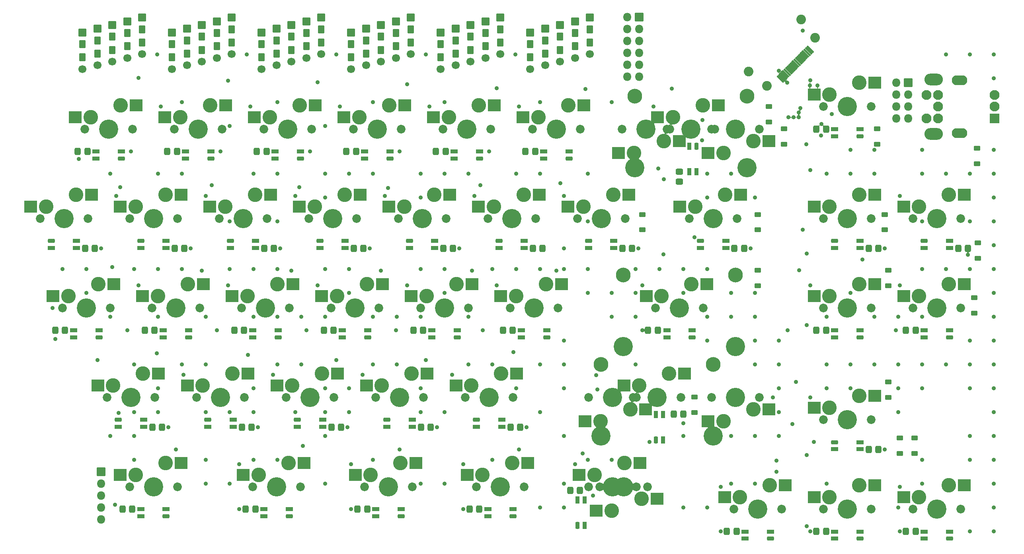
<source format=gbr>
%TF.GenerationSoftware,KiCad,Pcbnew,(6.0.5)*%
%TF.CreationDate,2022-07-29T16:13:17-06:00*%
%TF.ProjectId,kb_right,6b625f72-6967-4687-942e-6b696361645f,rev?*%
%TF.SameCoordinates,Original*%
%TF.FileFunction,Soldermask,Bot*%
%TF.FilePolarity,Negative*%
%FSLAX46Y46*%
G04 Gerber Fmt 4.6, Leading zero omitted, Abs format (unit mm)*
G04 Created by KiCad (PCBNEW (6.0.5)) date 2022-07-29 16:13:17*
%MOMM*%
%LPD*%
G01*
G04 APERTURE LIST*
G04 Aperture macros list*
%AMRoundRect*
0 Rectangle with rounded corners*
0 $1 Rounding radius*
0 $2 $3 $4 $5 $6 $7 $8 $9 X,Y pos of 4 corners*
0 Add a 4 corners polygon primitive as box body*
4,1,4,$2,$3,$4,$5,$6,$7,$8,$9,$2,$3,0*
0 Add four circle primitives for the rounded corners*
1,1,$1+$1,$2,$3*
1,1,$1+$1,$4,$5*
1,1,$1+$1,$6,$7*
1,1,$1+$1,$8,$9*
0 Add four rect primitives between the rounded corners*
20,1,$1+$1,$2,$3,$4,$5,0*
20,1,$1+$1,$4,$5,$6,$7,0*
20,1,$1+$1,$6,$7,$8,$9,0*
20,1,$1+$1,$8,$9,$2,$3,0*%
G04 Aperture macros list end*
%ADD10C,3.100000*%
%ADD11C,1.850000*%
%ADD12C,4.087800*%
%ADD13RoundRect,0.050000X-1.275000X-1.250000X1.275000X-1.250000X1.275000X1.250000X-1.275000X1.250000X0*%
%ADD14RoundRect,0.050000X0.600000X-0.800000X0.600000X0.800000X-0.600000X0.800000X-0.600000X-0.800000X0*%
%ADD15RoundRect,0.050000X0.800000X-0.800000X0.800000X0.800000X-0.800000X0.800000X-0.800000X-0.800000X0*%
%ADD16C,1.700000*%
%ADD17C,3.148000*%
%ADD18O,3.925000X2.500000*%
%ADD19C,2.100000*%
%ADD20RoundRect,0.050000X1.275000X1.250000X-1.275000X1.250000X-1.275000X-1.250000X1.275000X-1.250000X0*%
%ADD21O,3.300000X2.100000*%
%ADD22RoundRect,0.050000X1.000000X1.000000X-1.000000X1.000000X-1.000000X-1.000000X1.000000X-1.000000X0*%
%ADD23RoundRect,0.300000X-0.337500X-0.475000X0.337500X-0.475000X0.337500X0.475000X-0.337500X0.475000X0*%
%ADD24RoundRect,0.050000X0.600000X-0.450000X0.600000X0.450000X-0.600000X0.450000X-0.600000X-0.450000X0*%
%ADD25RoundRect,0.300000X0.337500X0.475000X-0.337500X0.475000X-0.337500X-0.475000X0.337500X-0.475000X0*%
%ADD26RoundRect,0.050000X0.700000X0.410000X-0.700000X0.410000X-0.700000X-0.410000X0.700000X-0.410000X0*%
%ADD27RoundRect,0.255000X0.495000X0.205000X-0.495000X0.205000X-0.495000X-0.205000X0.495000X-0.205000X0*%
%ADD28RoundRect,0.050000X0.850000X0.850000X-0.850000X0.850000X-0.850000X-0.850000X0.850000X-0.850000X0*%
%ADD29O,1.800000X1.800000*%
%ADD30RoundRect,0.050000X-0.700000X-0.410000X0.700000X-0.410000X0.700000X0.410000X-0.700000X0.410000X0*%
%ADD31RoundRect,0.255000X-0.495000X-0.205000X0.495000X-0.205000X0.495000X0.205000X-0.495000X0.205000X0*%
%ADD32RoundRect,0.300000X-0.475000X0.337500X-0.475000X-0.337500X0.475000X-0.337500X0.475000X0.337500X0*%
%ADD33RoundRect,0.050000X-0.600000X0.450000X-0.600000X-0.450000X0.600000X-0.450000X0.600000X0.450000X0*%
%ADD34RoundRect,0.050000X0.410000X-0.700000X0.410000X0.700000X-0.410000X0.700000X-0.410000X-0.700000X0*%
%ADD35RoundRect,0.255000X0.205000X-0.495000X0.205000X0.495000X-0.205000X0.495000X-0.205000X-0.495000X0*%
%ADD36RoundRect,0.050000X-0.410000X0.700000X-0.410000X-0.700000X0.410000X-0.700000X0.410000X0.700000X0*%
%ADD37RoundRect,0.255000X-0.205000X0.495000X-0.205000X-0.495000X0.205000X-0.495000X0.205000X0.495000X0*%
%ADD38RoundRect,0.050000X-0.777817X0.565685X0.565685X-0.777817X0.777817X-0.565685X-0.565685X0.777817X0*%
%ADD39C,2.050000*%
%ADD40C,0.900000*%
G04 APERTURE END LIST*
D10*
%TO.C,MX16*%
X162877500Y-71120000D03*
X156527500Y-73660000D03*
D11*
X155257500Y-76200000D03*
D12*
X160337500Y-76200000D03*
D11*
X165417500Y-76200000D03*
D13*
X153252500Y-73660000D03*
X166179500Y-71120000D03*
%TD*%
D14*
%TO.C,D15*%
X154781250Y-36700000D03*
D15*
X154781250Y-34200000D03*
D16*
X154781250Y-42000000D03*
D14*
X154781250Y-39500000D03*
%TD*%
D11*
%TO.C,MX34*%
X207645000Y-119062500D03*
D10*
X215265000Y-113982500D03*
D12*
X212725000Y-119062500D03*
D11*
X217805000Y-119062500D03*
D10*
X208915000Y-116522500D03*
D13*
X205640000Y-116522500D03*
X218567000Y-113982500D03*
%TD*%
D10*
%TO.C,MX11*%
X67627500Y-71120000D03*
D11*
X60007500Y-76200000D03*
D10*
X61277500Y-73660000D03*
D12*
X65087500Y-76200000D03*
D11*
X70167500Y-76200000D03*
D13*
X58002500Y-73660000D03*
X70929500Y-71120000D03*
%TD*%
D10*
%TO.C,MX4*%
X115252500Y-52070000D03*
D11*
X107632500Y-57150000D03*
D12*
X112712500Y-57150000D03*
D11*
X117792500Y-57150000D03*
D10*
X108902500Y-54610000D03*
D13*
X105627500Y-54610000D03*
X118554500Y-52070000D03*
%TD*%
D15*
%TO.C,D11*%
X78581250Y-34200000D03*
D14*
X78581250Y-36700000D03*
X78581250Y-39500000D03*
D16*
X78581250Y-42000000D03*
%TD*%
D15*
%TO.C,D13*%
X116681250Y-34200000D03*
D14*
X116681250Y-36700000D03*
X116681250Y-39500000D03*
D16*
X116681250Y-42000000D03*
%TD*%
D12*
%TO.C,MX6*%
X150812500Y-57150000D03*
D10*
X147002500Y-54610000D03*
X153352500Y-52070000D03*
D11*
X145732500Y-57150000D03*
X155892500Y-57150000D03*
D13*
X143727500Y-54610000D03*
X156654500Y-52070000D03*
%TD*%
D15*
%TO.C,D12*%
X97631250Y-34200000D03*
D14*
X97631250Y-36700000D03*
X97631250Y-39500000D03*
D16*
X97631250Y-42000000D03*
%TD*%
D14*
%TO.C,D37*%
X69056250Y-39081250D03*
D15*
X69056250Y-36581250D03*
D14*
X69056250Y-41881250D03*
D16*
X69056250Y-44381250D03*
%TD*%
D10*
%TO.C,MX33*%
X174783750Y-109220000D03*
D12*
X160305750Y-122555000D03*
D11*
X177323750Y-114300000D03*
D12*
X184181750Y-122555000D03*
D17*
X184181750Y-107315000D03*
D12*
X172243750Y-114300000D03*
D10*
X168433750Y-111760000D03*
D17*
X160305750Y-107315000D03*
D11*
X167163750Y-114300000D03*
D13*
X165158750Y-111760000D03*
X178085750Y-109220000D03*
%TD*%
D14*
%TO.C,D41*%
X145256250Y-39081250D03*
D15*
X145256250Y-36581250D03*
D16*
X145256250Y-44381250D03*
D14*
X145256250Y-41881250D03*
%TD*%
D11*
%TO.C,MX32*%
X131445000Y-114300000D03*
D12*
X136525000Y-114300000D03*
D10*
X132715000Y-111760000D03*
D11*
X141605000Y-114300000D03*
D10*
X139065000Y-109220000D03*
D13*
X129440000Y-111760000D03*
X142367000Y-109220000D03*
%TD*%
D18*
%TO.C,SW2*%
X231102500Y-46587500D03*
X231102500Y-58187500D03*
D19*
X232040000Y-54887500D03*
X232040000Y-49887500D03*
X232040000Y-52387500D03*
%TD*%
D11*
%TO.C,MX38*%
X120173750Y-133350000D03*
D12*
X115093750Y-133350000D03*
D10*
X117633750Y-128270000D03*
X111283750Y-130810000D03*
D11*
X110013750Y-133350000D03*
D13*
X108008750Y-130810000D03*
X120935750Y-128270000D03*
%TD*%
D14*
%TO.C,D39*%
X107156250Y-39081250D03*
D15*
X107156250Y-36581250D03*
D16*
X107156250Y-44381250D03*
D14*
X107156250Y-41881250D03*
%TD*%
D10*
%TO.C,MX43*%
X234315000Y-133032500D03*
D12*
X231775000Y-138112500D03*
D11*
X236855000Y-138112500D03*
D10*
X227965000Y-135572500D03*
D11*
X226695000Y-138112500D03*
D13*
X224690000Y-135572500D03*
X237617000Y-133032500D03*
%TD*%
D15*
%TO.C,D5*%
X138906250Y-33406250D03*
D14*
X138906250Y-35906250D03*
X138906250Y-38706250D03*
D16*
X138906250Y-41206250D03*
%TD*%
D14*
%TO.C,D29*%
X72231250Y-38287500D03*
D15*
X72231250Y-35787500D03*
D14*
X72231250Y-41087500D03*
D16*
X72231250Y-43587500D03*
%TD*%
D11*
%TO.C,MX17*%
X189230000Y-76200000D03*
X179070000Y-76200000D03*
D10*
X186690000Y-71120000D03*
X180340000Y-73660000D03*
D12*
X184150000Y-76200000D03*
D13*
X177065000Y-73660000D03*
X189992000Y-71120000D03*
%TD*%
D11*
%TO.C,MX8*%
X193992500Y-57150000D03*
D12*
X188912500Y-57150000D03*
D10*
X186372500Y-62230000D03*
X192722500Y-59690000D03*
D11*
X183832500Y-57150000D03*
D20*
X195997500Y-59690000D03*
X183070500Y-62230000D03*
%TD*%
D14*
%TO.C,D6*%
X157956250Y-35906250D03*
D15*
X157956250Y-33406250D03*
D14*
X157956250Y-38706250D03*
D16*
X157956250Y-41206250D03*
%TD*%
D10*
%TO.C,MX14*%
X124777500Y-71120000D03*
X118427500Y-73660000D03*
D11*
X117157500Y-76200000D03*
D12*
X122237500Y-76200000D03*
D11*
X127317500Y-76200000D03*
D13*
X115152500Y-73660000D03*
X128079500Y-71120000D03*
%TD*%
D12*
%TO.C,MX24*%
X146050000Y-95250000D03*
D10*
X142240000Y-92710000D03*
D11*
X151130000Y-95250000D03*
X140970000Y-95250000D03*
D10*
X148590000Y-90170000D03*
D13*
X138965000Y-92710000D03*
X151892000Y-90170000D03*
%TD*%
D11*
%TO.C,MX40*%
X167798750Y-133350000D03*
D10*
X158908750Y-130810000D03*
D12*
X162718750Y-133350000D03*
D11*
X157638750Y-133350000D03*
D10*
X165258750Y-128270000D03*
D13*
X155633750Y-130810000D03*
X168560750Y-128270000D03*
%TD*%
D12*
%TO.C,MX1*%
X55562500Y-57150000D03*
D11*
X50482500Y-57150000D03*
D10*
X58102500Y-52070000D03*
X51752500Y-54610000D03*
D11*
X60642500Y-57150000D03*
D13*
X48477500Y-54610000D03*
X61404500Y-52070000D03*
%TD*%
D11*
%TO.C,MX9*%
X217805000Y-52387500D03*
D10*
X208915000Y-49847500D03*
D12*
X212725000Y-52387500D03*
D11*
X207645000Y-52387500D03*
D10*
X215265000Y-47307500D03*
D13*
X205640000Y-49847500D03*
X218567000Y-47307500D03*
%TD*%
D11*
%TO.C,MX28*%
X55245000Y-114300000D03*
D10*
X56515000Y-111760000D03*
D11*
X65405000Y-114300000D03*
D10*
X62865000Y-109220000D03*
D12*
X60325000Y-114300000D03*
D13*
X53240000Y-111760000D03*
X66167000Y-109220000D03*
%TD*%
D14*
%TO.C,D33*%
X148431250Y-38287500D03*
D15*
X148431250Y-35787500D03*
D14*
X148431250Y-41087500D03*
D16*
X148431250Y-43587500D03*
%TD*%
D15*
%TO.C,D22*%
X113506250Y-34993750D03*
D14*
X113506250Y-37493750D03*
X113506250Y-40293750D03*
D16*
X113506250Y-42793750D03*
%TD*%
D10*
%TO.C,MX42*%
X215265000Y-133032500D03*
D11*
X217805000Y-138112500D03*
D10*
X208915000Y-135572500D03*
D11*
X207645000Y-138112500D03*
D12*
X212725000Y-138112500D03*
D13*
X205640000Y-135572500D03*
X218567000Y-133032500D03*
%TD*%
D14*
%TO.C,D14*%
X135731250Y-36700000D03*
D15*
X135731250Y-34200000D03*
D14*
X135731250Y-39500000D03*
D16*
X135731250Y-42000000D03*
%TD*%
D14*
%TO.C,D40*%
X126206250Y-39081250D03*
D15*
X126206250Y-36581250D03*
D16*
X126206250Y-44381250D03*
D14*
X126206250Y-41881250D03*
%TD*%
%TO.C,D32*%
X129381250Y-38287500D03*
D15*
X129381250Y-35787500D03*
D14*
X129381250Y-41087500D03*
D16*
X129381250Y-43587500D03*
%TD*%
D15*
%TO.C,D20*%
X75406250Y-34993750D03*
D14*
X75406250Y-37493750D03*
X75406250Y-40293750D03*
D16*
X75406250Y-42793750D03*
%TD*%
D12*
%TO.C,MX18*%
X212725000Y-76200000D03*
D11*
X207645000Y-76200000D03*
D10*
X215265000Y-71120000D03*
D11*
X217805000Y-76200000D03*
D10*
X208915000Y-73660000D03*
D13*
X205640000Y-73660000D03*
X218567000Y-71120000D03*
%TD*%
D12*
%TO.C,MX3*%
X93662500Y-57150000D03*
D11*
X98742500Y-57150000D03*
D10*
X89852500Y-54610000D03*
X96202500Y-52070000D03*
D11*
X88582500Y-57150000D03*
D13*
X86577500Y-54610000D03*
X99504500Y-52070000D03*
%TD*%
D11*
%TO.C,MX31*%
X122555000Y-114300000D03*
D10*
X113665000Y-111760000D03*
X120015000Y-109220000D03*
D11*
X112395000Y-114300000D03*
D12*
X117475000Y-114300000D03*
D13*
X110390000Y-111760000D03*
X123317000Y-109220000D03*
%TD*%
D11*
%TO.C,MX23*%
X132080000Y-95250000D03*
D10*
X129540000Y-90170000D03*
D11*
X121920000Y-95250000D03*
D12*
X127000000Y-95250000D03*
D10*
X123190000Y-92710000D03*
D13*
X119915000Y-92710000D03*
X132842000Y-90170000D03*
%TD*%
D10*
%TO.C,MX26*%
X208915000Y-92710000D03*
D11*
X207645000Y-95250000D03*
D10*
X215265000Y-90170000D03*
D11*
X217805000Y-95250000D03*
D12*
X212725000Y-95250000D03*
D13*
X205640000Y-92710000D03*
X218567000Y-90170000D03*
%TD*%
D17*
%TO.C,MX25*%
X165068250Y-88265000D03*
D12*
X188944250Y-103505000D03*
X165068250Y-103505000D03*
D17*
X188944250Y-88265000D03*
D11*
X171926250Y-95250000D03*
X182086250Y-95250000D03*
D12*
X177006250Y-95250000D03*
D10*
X173196250Y-92710000D03*
X179546250Y-90170000D03*
D13*
X169921250Y-92710000D03*
X182848250Y-90170000D03*
%TD*%
D15*
%TO.C,D30*%
X91281250Y-35787500D03*
D14*
X91281250Y-38287500D03*
D16*
X91281250Y-43587500D03*
D14*
X91281250Y-41087500D03*
%TD*%
D10*
%TO.C,MX15*%
X143827500Y-71120000D03*
D11*
X146367500Y-76200000D03*
X136207500Y-76200000D03*
D12*
X141287500Y-76200000D03*
D10*
X137477500Y-73660000D03*
D13*
X134202500Y-73660000D03*
X147129500Y-71120000D03*
%TD*%
D15*
%TO.C,D10*%
X59531250Y-34200000D03*
D14*
X59531250Y-36700000D03*
D16*
X59531250Y-42000000D03*
D14*
X59531250Y-39500000D03*
%TD*%
D12*
%TO.C,MX7*%
X169862500Y-57150000D03*
D10*
X173672500Y-59690000D03*
D11*
X164782500Y-57150000D03*
X174942500Y-57150000D03*
D10*
X167322500Y-62230000D03*
D20*
X176947500Y-59690000D03*
X164020500Y-62230000D03*
%TD*%
D10*
%TO.C,MX21*%
X85090000Y-92710000D03*
D12*
X88900000Y-95250000D03*
D11*
X83820000Y-95250000D03*
D10*
X91440000Y-90170000D03*
D11*
X93980000Y-95250000D03*
D13*
X81815000Y-92710000D03*
X94742000Y-90170000D03*
%TD*%
D11*
%TO.C,MX22*%
X113030000Y-95250000D03*
D10*
X110490000Y-90170000D03*
D12*
X107950000Y-95250000D03*
D11*
X102870000Y-95250000D03*
D10*
X104140000Y-92710000D03*
D13*
X100865000Y-92710000D03*
X113792000Y-90170000D03*
%TD*%
D15*
%TO.C,D36*%
X50006250Y-36581250D03*
D14*
X50006250Y-39081250D03*
X50006250Y-41881250D03*
D16*
X50006250Y-44381250D03*
%TD*%
D10*
%TO.C,MX2*%
X77152500Y-52070000D03*
D12*
X74612500Y-57150000D03*
D11*
X69532500Y-57150000D03*
X79692500Y-57150000D03*
D10*
X70802500Y-54610000D03*
D13*
X67527500Y-54610000D03*
X80454500Y-52070000D03*
%TD*%
D15*
%TO.C,D19*%
X56356250Y-34993750D03*
D14*
X56356250Y-37493750D03*
D16*
X56356250Y-42793750D03*
D14*
X56356250Y-40293750D03*
%TD*%
D15*
%TO.C,D24*%
X151606250Y-34993750D03*
D14*
X151606250Y-37493750D03*
D16*
X151606250Y-42793750D03*
D14*
X151606250Y-40293750D03*
%TD*%
D12*
%TO.C,MX7_1*%
X191325500Y-65405000D03*
D10*
X181927500Y-52070000D03*
X175577500Y-54610000D03*
D12*
X179387500Y-57150000D03*
D17*
X191325500Y-50165000D03*
X167449500Y-50165000D03*
D11*
X184467500Y-57150000D03*
D12*
X167449500Y-65405000D03*
D11*
X174307500Y-57150000D03*
D13*
X172302500Y-54610000D03*
X185229500Y-52070000D03*
%TD*%
D12*
%TO.C,MX20*%
X69850000Y-95250000D03*
D10*
X66040000Y-92710000D03*
X72390000Y-90170000D03*
D11*
X74930000Y-95250000D03*
X64770000Y-95250000D03*
D13*
X62765000Y-92710000D03*
X75692000Y-90170000D03*
%TD*%
D11*
%TO.C,MX32_1*%
X193992500Y-114300000D03*
X183832500Y-114300000D03*
D10*
X186372500Y-119380000D03*
X192722500Y-116840000D03*
D12*
X188912500Y-114300000D03*
D20*
X195997500Y-116840000D03*
X183070500Y-119380000D03*
%TD*%
D12*
%TO.C,MX37*%
X91281250Y-133350000D03*
D11*
X86201250Y-133350000D03*
D10*
X93821250Y-128270000D03*
X87471250Y-130810000D03*
D11*
X96361250Y-133350000D03*
D13*
X84196250Y-130810000D03*
X97123250Y-128270000D03*
%TD*%
D10*
%TO.C,MX36*%
X61277500Y-130810000D03*
D11*
X70167500Y-133350000D03*
D10*
X67627500Y-128270000D03*
D11*
X60007500Y-133350000D03*
D12*
X65087500Y-133350000D03*
D13*
X58002500Y-130810000D03*
X70929500Y-128270000D03*
%TD*%
D10*
%TO.C,MX32_2*%
X166528750Y-116840000D03*
D12*
X162718750Y-114300000D03*
D11*
X167798750Y-114300000D03*
X157638750Y-114300000D03*
D10*
X160178750Y-119380000D03*
D20*
X169803750Y-116840000D03*
X156876750Y-119380000D03*
%TD*%
D10*
%TO.C,MX40_1*%
X168910000Y-135890000D03*
D12*
X165100000Y-133350000D03*
D11*
X170180000Y-133350000D03*
X160020000Y-133350000D03*
D10*
X162560000Y-138430000D03*
D20*
X172185000Y-135890000D03*
X159258000Y-138430000D03*
%TD*%
D10*
%TO.C,MX39*%
X135096250Y-130810000D03*
D11*
X143986250Y-133350000D03*
D10*
X141446250Y-128270000D03*
D12*
X138906250Y-133350000D03*
D11*
X133826250Y-133350000D03*
D13*
X131821250Y-130810000D03*
X144748250Y-128270000D03*
%TD*%
D14*
%TO.C,D23*%
X132556250Y-37493750D03*
D15*
X132556250Y-34993750D03*
D14*
X132556250Y-40293750D03*
D16*
X132556250Y-42793750D03*
%TD*%
D11*
%TO.C,MX29*%
X74295000Y-114300000D03*
D10*
X75565000Y-111760000D03*
D11*
X84455000Y-114300000D03*
D10*
X81915000Y-109220000D03*
D12*
X79375000Y-114300000D03*
D13*
X72290000Y-111760000D03*
X85217000Y-109220000D03*
%TD*%
D15*
%TO.C,D2*%
X81756250Y-33406250D03*
D14*
X81756250Y-35906250D03*
D16*
X81756250Y-41206250D03*
D14*
X81756250Y-38706250D03*
%TD*%
D10*
%TO.C,MX13*%
X105727500Y-71120000D03*
D11*
X98107500Y-76200000D03*
D10*
X99377500Y-73660000D03*
D11*
X108267500Y-76200000D03*
D12*
X103187500Y-76200000D03*
D13*
X96102500Y-73660000D03*
X109029500Y-71120000D03*
%TD*%
D12*
%TO.C,MX19*%
X50800000Y-95250000D03*
D11*
X45720000Y-95250000D03*
X55880000Y-95250000D03*
D10*
X53340000Y-90170000D03*
X46990000Y-92710000D03*
D13*
X43715000Y-92710000D03*
X56642000Y-90170000D03*
%TD*%
D11*
%TO.C,MX10*%
X51117500Y-76200000D03*
X40957500Y-76200000D03*
D10*
X42227500Y-73660000D03*
X48577500Y-71120000D03*
D12*
X46037500Y-76200000D03*
D13*
X38952500Y-73660000D03*
X51879500Y-71120000D03*
%TD*%
D10*
%TO.C,MX27*%
X227965000Y-73660000D03*
D11*
X226695000Y-76200000D03*
D12*
X231775000Y-76200000D03*
D10*
X234315000Y-71120000D03*
D11*
X236855000Y-76200000D03*
D13*
X224690000Y-73660000D03*
X237617000Y-71120000D03*
%TD*%
D15*
%TO.C,D31*%
X110331250Y-35787500D03*
D14*
X110331250Y-38287500D03*
D16*
X110331250Y-43587500D03*
D14*
X110331250Y-41087500D03*
%TD*%
%TO.C,D28*%
X53181250Y-38287500D03*
D15*
X53181250Y-35787500D03*
D16*
X53181250Y-43587500D03*
D14*
X53181250Y-41087500D03*
%TD*%
D10*
%TO.C,MX30*%
X94615000Y-111760000D03*
D11*
X93345000Y-114300000D03*
X103505000Y-114300000D03*
D12*
X98425000Y-114300000D03*
D10*
X100965000Y-109220000D03*
D13*
X91340000Y-111760000D03*
X104267000Y-109220000D03*
%TD*%
D21*
%TO.C,SW1*%
X236537500Y-46787500D03*
X236537500Y-57987500D03*
D22*
X244037500Y-54887500D03*
D19*
X244037500Y-49887500D03*
X244037500Y-52387500D03*
X229537500Y-49887500D03*
X229537500Y-54887500D03*
%TD*%
D10*
%TO.C,MX35*%
X234315000Y-90170000D03*
D11*
X236855000Y-95250000D03*
X226695000Y-95250000D03*
D10*
X227965000Y-92710000D03*
D12*
X231775000Y-95250000D03*
D13*
X224690000Y-92710000D03*
X237617000Y-90170000D03*
%TD*%
D15*
%TO.C,D3*%
X100806250Y-33406250D03*
D14*
X100806250Y-35906250D03*
D16*
X100806250Y-41206250D03*
D14*
X100806250Y-38706250D03*
%TD*%
D11*
%TO.C,MX5*%
X136842500Y-57150000D03*
D12*
X131762500Y-57150000D03*
D11*
X126682500Y-57150000D03*
D10*
X127952500Y-54610000D03*
X134302500Y-52070000D03*
D13*
X124677500Y-54610000D03*
X137604500Y-52070000D03*
%TD*%
D15*
%TO.C,D4*%
X119856250Y-33406250D03*
D14*
X119856250Y-35906250D03*
D16*
X119856250Y-41206250D03*
D14*
X119856250Y-38706250D03*
%TD*%
D10*
%TO.C,MX41*%
X189865000Y-135572500D03*
D11*
X198755000Y-138112500D03*
D12*
X193675000Y-138112500D03*
D11*
X188595000Y-138112500D03*
D10*
X196215000Y-133032500D03*
D13*
X186590000Y-135572500D03*
X199517000Y-133032500D03*
%TD*%
D15*
%TO.C,D21*%
X94456250Y-34993750D03*
D14*
X94456250Y-37493750D03*
X94456250Y-40293750D03*
D16*
X94456250Y-42793750D03*
%TD*%
D10*
%TO.C,MX12*%
X80327500Y-73660000D03*
D11*
X89217500Y-76200000D03*
D12*
X84137500Y-76200000D03*
D11*
X79057500Y-76200000D03*
D10*
X86677500Y-71120000D03*
D13*
X77052500Y-73660000D03*
X89979500Y-71120000D03*
%TD*%
D14*
%TO.C,D1*%
X62706250Y-35906250D03*
D15*
X62706250Y-33406250D03*
D14*
X62706250Y-38706250D03*
D16*
X62706250Y-41206250D03*
%TD*%
D15*
%TO.C,D38*%
X88106250Y-36581250D03*
D14*
X88106250Y-39081250D03*
D16*
X88106250Y-44381250D03*
D14*
X88106250Y-41881250D03*
%TD*%
D23*
%TO.C,C118*%
X236293750Y-82550000D03*
X238368750Y-82550000D03*
%TD*%
D24*
%TO.C,D35*%
X239712500Y-96392000D03*
X239712500Y-93092000D03*
%TD*%
D23*
%TO.C,C115*%
X164856250Y-82550000D03*
X166931250Y-82550000D03*
%TD*%
D25*
%TO.C,C101*%
X51043750Y-61912500D03*
X48968750Y-61912500D03*
%TD*%
D26*
%TO.C,D110*%
X67787500Y-82506250D03*
X67787500Y-81006250D03*
D27*
X62387500Y-81006250D03*
D26*
X62387500Y-82506250D03*
%TD*%
D25*
%TO.C,C103*%
X89143750Y-61912500D03*
X87068750Y-61912500D03*
%TD*%
D28*
%TO.C,J3*%
X168433750Y-33337500D03*
D29*
X165893750Y-33337500D03*
X168433750Y-35877500D03*
X165893750Y-35877500D03*
X168433750Y-38417500D03*
X165893750Y-38417500D03*
X168433750Y-40957500D03*
X165893750Y-40957500D03*
X168433750Y-43497500D03*
X165893750Y-43497500D03*
X168433750Y-46037500D03*
X165893750Y-46037500D03*
%TD*%
D23*
%TO.C,C113*%
X126756250Y-82550000D03*
X128831250Y-82550000D03*
%TD*%
D25*
%TO.C,C122*%
X103431250Y-100012500D03*
X101356250Y-100012500D03*
%TD*%
D30*
%TO.C,D125*%
X174306250Y-100056250D03*
X174306250Y-101556250D03*
D31*
X179706250Y-101556250D03*
D30*
X179706250Y-100056250D03*
%TD*%
D23*
%TO.C,C129*%
X83893750Y-120650000D03*
X85968750Y-120650000D03*
%TD*%
D25*
%TO.C,C105*%
X127243750Y-61912500D03*
X125168750Y-61912500D03*
%TD*%
D30*
%TO.C,D138*%
X136206250Y-138156250D03*
X136206250Y-139656250D03*
D31*
X141606250Y-139656250D03*
D30*
X141606250Y-138156250D03*
%TD*%
D25*
%TO.C,C135*%
X60568750Y-138112500D03*
X58493750Y-138112500D03*
%TD*%
D26*
%TO.C,D113*%
X124937500Y-82506250D03*
X124937500Y-81006250D03*
D27*
X119537500Y-81006250D03*
D26*
X119537500Y-82506250D03*
%TD*%
%TO.C,D111*%
X86837500Y-82506250D03*
X86837500Y-81006250D03*
D27*
X81437500Y-81006250D03*
D26*
X81437500Y-82506250D03*
%TD*%
%TO.C,D128*%
X63025000Y-120606250D03*
X63025000Y-119106250D03*
D27*
X57625000Y-119106250D03*
D26*
X57625000Y-120606250D03*
%TD*%
D25*
%TO.C,C138*%
X134387500Y-138112500D03*
X132312500Y-138112500D03*
%TD*%
D28*
%TO.C,J2*%
X225653600Y-47307500D03*
D29*
X223113600Y-47307500D03*
X225653600Y-49847500D03*
X223113600Y-49847500D03*
X225653600Y-52387500D03*
X223113600Y-52387500D03*
X225653600Y-54927500D03*
X223113600Y-54927500D03*
%TD*%
D26*
%TO.C,D115*%
X163037500Y-82506250D03*
X163037500Y-81006250D03*
D27*
X157637500Y-81006250D03*
D26*
X157637500Y-82506250D03*
%TD*%
D30*
%TO.C,D136*%
X88581250Y-138156250D03*
X88581250Y-139656250D03*
D31*
X93981250Y-139656250D03*
D30*
X93981250Y-138156250D03*
%TD*%
D24*
%TO.C,D18*%
X220662500Y-78643750D03*
X220662500Y-75343750D03*
%TD*%
D30*
%TO.C,D140*%
X190975000Y-142918750D03*
X190975000Y-144418750D03*
D31*
X196375000Y-144418750D03*
D30*
X196375000Y-142918750D03*
%TD*%
%TO.C,D104*%
X110012500Y-61956250D03*
X110012500Y-63456250D03*
D31*
X115412500Y-63456250D03*
D30*
X115412500Y-61956250D03*
%TD*%
D26*
%TO.C,D114*%
X143987500Y-82506250D03*
X143987500Y-81006250D03*
D27*
X138587500Y-81006250D03*
D26*
X138587500Y-82506250D03*
%TD*%
D24*
%TO.C,D27*%
X240506250Y-84708000D03*
X240506250Y-81408000D03*
%TD*%
D30*
%TO.C,D135*%
X62387500Y-138156250D03*
X62387500Y-139656250D03*
D31*
X67787500Y-139656250D03*
D30*
X67787500Y-138156250D03*
%TD*%
%TO.C,D120*%
X67150000Y-100056250D03*
X67150000Y-101556250D03*
D31*
X72550000Y-101556250D03*
D30*
X72550000Y-100056250D03*
%TD*%
%TO.C,D126*%
X210025000Y-100056250D03*
X210025000Y-101556250D03*
D31*
X215425000Y-101556250D03*
D30*
X215425000Y-100056250D03*
%TD*%
D32*
%TO.C,C107*%
X177006250Y-66272500D03*
X177006250Y-68347500D03*
%TD*%
D30*
%TO.C,D122*%
X105250000Y-100056250D03*
X105250000Y-101556250D03*
D31*
X110650000Y-101556250D03*
D30*
X110650000Y-100056250D03*
%TD*%
D25*
%TO.C,C125*%
X172360500Y-100012500D03*
X170285500Y-100012500D03*
%TD*%
D23*
%TO.C,C114*%
X145806250Y-82550000D03*
X147881250Y-82550000D03*
%TD*%
D25*
%TO.C,C104*%
X108193750Y-61912500D03*
X106118750Y-61912500D03*
%TD*%
D33*
%TO.C,D26*%
X221456250Y-87250000D03*
X221456250Y-90550000D03*
%TD*%
D26*
%TO.C,D129*%
X82075000Y-120606250D03*
X82075000Y-119106250D03*
D27*
X76675000Y-119106250D03*
D26*
X76675000Y-120606250D03*
%TD*%
%TO.C,D112*%
X105887500Y-82506250D03*
X105887500Y-81006250D03*
D27*
X100487500Y-81006250D03*
D26*
X100487500Y-82506250D03*
%TD*%
D30*
%TO.C,D141*%
X210025000Y-142918750D03*
X210025000Y-144418750D03*
D31*
X215425000Y-144418750D03*
D30*
X215425000Y-142918750D03*
%TD*%
D26*
%TO.C,D131*%
X120175000Y-120606250D03*
X120175000Y-119106250D03*
D27*
X114775000Y-119106250D03*
D26*
X114775000Y-120606250D03*
%TD*%
D33*
%TO.C,D43*%
X227012500Y-122968750D03*
X227012500Y-126268750D03*
%TD*%
D30*
%TO.C,D105*%
X129062500Y-61956250D03*
X129062500Y-63456250D03*
D31*
X134462500Y-63456250D03*
D30*
X134462500Y-61956250D03*
%TD*%
D23*
%TO.C,C116*%
X188668750Y-82550000D03*
X190743750Y-82550000D03*
%TD*%
%TO.C,C133*%
X175746500Y-117856000D03*
X177821500Y-117856000D03*
%TD*%
D25*
%TO.C,C121*%
X84381250Y-100012500D03*
X82306250Y-100012500D03*
%TD*%
D30*
%TO.C,D119*%
X48100000Y-100056250D03*
X48100000Y-101556250D03*
D31*
X53500000Y-101556250D03*
D30*
X53500000Y-100056250D03*
%TD*%
D25*
%TO.C,C142*%
X227256250Y-142875000D03*
X225181250Y-142875000D03*
%TD*%
D23*
%TO.C,C112*%
X107706250Y-82550000D03*
X109781250Y-82550000D03*
%TD*%
D26*
%TO.C,D130*%
X101125000Y-120606250D03*
X101125000Y-119106250D03*
D27*
X95725000Y-119106250D03*
D26*
X95725000Y-120606250D03*
%TD*%
D25*
%TO.C,C119*%
X46281250Y-100012500D03*
X44206250Y-100012500D03*
%TD*%
D24*
%TO.C,D7*%
X196056250Y-55625000D03*
X196056250Y-52325000D03*
%TD*%
D25*
%TO.C,C127*%
X227256250Y-100012500D03*
X225181250Y-100012500D03*
%TD*%
D30*
%TO.C,D108*%
X210025000Y-57193750D03*
X210025000Y-58693750D03*
D31*
X215425000Y-58693750D03*
D30*
X215425000Y-57193750D03*
%TD*%
D26*
%TO.C,D132*%
X139225000Y-120606250D03*
X139225000Y-119106250D03*
D27*
X133825000Y-119106250D03*
D26*
X133825000Y-120606250D03*
%TD*%
D25*
%TO.C,C139*%
X155818750Y-134143750D03*
X153743750Y-134143750D03*
%TD*%
D26*
%TO.C,D109*%
X48737500Y-82506250D03*
X48737500Y-81006250D03*
D27*
X43337500Y-81006250D03*
D26*
X43337500Y-82506250D03*
%TD*%
D30*
%TO.C,D124*%
X143350000Y-100056250D03*
X143350000Y-101556250D03*
D31*
X148750000Y-101556250D03*
D30*
X148750000Y-100056250D03*
%TD*%
D25*
%TO.C,C102*%
X70093750Y-61912500D03*
X68018750Y-61912500D03*
%TD*%
D23*
%TO.C,C130*%
X102943750Y-120650000D03*
X105018750Y-120650000D03*
%TD*%
D30*
%TO.C,D121*%
X86200000Y-100056250D03*
X86200000Y-101556250D03*
D31*
X91600000Y-101556250D03*
D30*
X91600000Y-100056250D03*
%TD*%
D25*
%TO.C,C120*%
X65331250Y-100012500D03*
X63256250Y-100012500D03*
%TD*%
D23*
%TO.C,C110*%
X69606250Y-82550000D03*
X71681250Y-82550000D03*
%TD*%
D33*
%TO.C,D25*%
X193675000Y-87250000D03*
X193675000Y-90550000D03*
%TD*%
D30*
%TO.C,D101*%
X52862500Y-61956250D03*
X52862500Y-63456250D03*
D31*
X58262500Y-63456250D03*
D30*
X58262500Y-61956250D03*
%TD*%
D23*
%TO.C,C132*%
X141043750Y-120650000D03*
X143118750Y-120650000D03*
%TD*%
D25*
%TO.C,C124*%
X141531250Y-100012500D03*
X139456250Y-100012500D03*
%TD*%
D24*
%TO.C,D8*%
X199231250Y-60387500D03*
X199231250Y-57087500D03*
%TD*%
D25*
%TO.C,C123*%
X122481250Y-100012500D03*
X120406250Y-100012500D03*
%TD*%
D23*
%TO.C,C109*%
X50556250Y-82550000D03*
X52631250Y-82550000D03*
%TD*%
D30*
%TO.C,D102*%
X71912500Y-61956250D03*
X71912500Y-63456250D03*
D31*
X77312500Y-63456250D03*
D30*
X77312500Y-61956250D03*
%TD*%
D25*
%TO.C,C106*%
X146293750Y-61912500D03*
X144218750Y-61912500D03*
%TD*%
D30*
%TO.C,D103*%
X90962500Y-61956250D03*
X90962500Y-63456250D03*
D31*
X96362500Y-63456250D03*
D30*
X96362500Y-61956250D03*
%TD*%
D24*
%TO.C,D44*%
X240284000Y-64515000D03*
X240284000Y-61215000D03*
%TD*%
D23*
%TO.C,C134*%
X217243750Y-125412500D03*
X219318750Y-125412500D03*
%TD*%
D25*
%TO.C,C136*%
X86762500Y-138112500D03*
X84687500Y-138112500D03*
%TD*%
D33*
%TO.C,D42*%
X223837500Y-122968750D03*
X223837500Y-126268750D03*
%TD*%
D25*
%TO.C,C140*%
X189156250Y-142875000D03*
X187081250Y-142875000D03*
%TD*%
D33*
%TO.C,D33_1*%
X180181250Y-114237500D03*
X180181250Y-117537500D03*
%TD*%
D23*
%TO.C,C117*%
X217243750Y-82550000D03*
X219318750Y-82550000D03*
%TD*%
%TO.C,C111*%
X88656250Y-82550000D03*
X90731250Y-82550000D03*
%TD*%
D30*
%TO.C,D137*%
X112393750Y-138156250D03*
X112393750Y-139656250D03*
D31*
X117793750Y-139656250D03*
D30*
X117793750Y-138156250D03*
%TD*%
D23*
%TO.C,C128*%
X64843750Y-120650000D03*
X66918750Y-120650000D03*
%TD*%
D24*
%TO.C,D16*%
X169068750Y-78643750D03*
X169068750Y-75343750D03*
%TD*%
D25*
%TO.C,C137*%
X110575000Y-138112500D03*
X108500000Y-138112500D03*
%TD*%
D26*
%TO.C,D117*%
X215425000Y-82506250D03*
X215425000Y-81006250D03*
D27*
X210025000Y-81006250D03*
D26*
X210025000Y-82506250D03*
%TD*%
D33*
%TO.C,D34*%
X221456250Y-111062500D03*
X221456250Y-114362500D03*
%TD*%
D23*
%TO.C,C131*%
X121993750Y-120650000D03*
X124068750Y-120650000D03*
%TD*%
D26*
%TO.C,D118*%
X234475000Y-82506250D03*
X234475000Y-81006250D03*
D27*
X229075000Y-81006250D03*
D26*
X229075000Y-82506250D03*
%TD*%
D30*
%TO.C,D106*%
X148112500Y-61956250D03*
X148112500Y-63456250D03*
D31*
X153512500Y-63456250D03*
D30*
X153512500Y-61956250D03*
%TD*%
%TO.C,D123*%
X124300000Y-100056250D03*
X124300000Y-101556250D03*
D31*
X129700000Y-101556250D03*
D30*
X129700000Y-100056250D03*
%TD*%
D25*
%TO.C,C141*%
X208206250Y-142875000D03*
X206131250Y-142875000D03*
%TD*%
D24*
%TO.C,D9*%
X219075000Y-60387500D03*
X219075000Y-57087500D03*
%TD*%
D34*
%TO.C,D107*%
X179082000Y-66200000D03*
X180582000Y-66200000D03*
D35*
X180582000Y-60800000D03*
D34*
X179082000Y-60800000D03*
%TD*%
D26*
%TO.C,D134*%
X215425000Y-125368750D03*
X215425000Y-123868750D03*
D27*
X210025000Y-123868750D03*
D26*
X210025000Y-125368750D03*
%TD*%
D36*
%TO.C,D139*%
X156833000Y-136206250D03*
X155333000Y-136206250D03*
D37*
X155333000Y-141606250D03*
D36*
X156833000Y-141606250D03*
%TD*%
D30*
%TO.C,D127*%
X229075000Y-100056250D03*
X229075000Y-101556250D03*
D31*
X234475000Y-101556250D03*
D30*
X234475000Y-100056250D03*
%TD*%
D26*
%TO.C,D116*%
X186850000Y-82506250D03*
X186850000Y-81006250D03*
D27*
X181450000Y-81006250D03*
D26*
X181450000Y-82506250D03*
%TD*%
D30*
%TO.C,D142*%
X229075000Y-142918750D03*
X229075000Y-144418750D03*
D31*
X234475000Y-144418750D03*
D30*
X234475000Y-142918750D03*
%TD*%
D25*
%TO.C,C126*%
X208206250Y-100012500D03*
X206131250Y-100012500D03*
%TD*%
D24*
%TO.C,D17*%
X193675000Y-78643750D03*
X193675000Y-75343750D03*
%TD*%
D38*
%TO.C,J1*%
X204819139Y-40145375D03*
X204465586Y-40498928D03*
X204112032Y-40852481D03*
X203758479Y-41206035D03*
X203404925Y-41559588D03*
X203051372Y-41913142D03*
X202697819Y-42266695D03*
X202344265Y-42620248D03*
X201990712Y-42973802D03*
X201637158Y-43327355D03*
X201283605Y-43680908D03*
X200930052Y-44034462D03*
X200576498Y-44388015D03*
X200222945Y-44741569D03*
X199869392Y-45095122D03*
X199515838Y-45448675D03*
X199162285Y-45802229D03*
X198808731Y-46155782D03*
X198455178Y-46509336D03*
D39*
X205879799Y-37670501D03*
X195626751Y-47923549D03*
X191737664Y-44882990D03*
X202839240Y-33781414D03*
%TD*%
D25*
%TO.C,C108*%
X208206250Y-57150000D03*
X206131250Y-57150000D03*
%TD*%
D28*
%TO.C,J4*%
X53975000Y-130175000D03*
D29*
X53975000Y-132715000D03*
X53975000Y-135255000D03*
X53975000Y-137795000D03*
X53975000Y-140335000D03*
%TD*%
D36*
%TO.C,D133*%
X173470000Y-117950000D03*
X171970000Y-117950000D03*
D37*
X171970000Y-123350000D03*
D36*
X173470000Y-123350000D03*
%TD*%
D40*
X207137000Y-58547000D03*
X173638879Y-67838921D03*
X204089000Y-126619000D03*
X204061000Y-98897480D03*
X173609000Y-83820000D03*
X204061000Y-83693000D03*
X199933500Y-47244000D03*
X204061020Y-141759980D03*
X84931250Y-41275000D03*
X76200000Y-97155000D03*
X177800000Y-119856250D03*
X233680000Y-107315000D03*
X208280000Y-112395000D03*
X68262500Y-120650000D03*
X243840000Y-102235000D03*
X121920000Y-71755000D03*
X180181250Y-80168750D03*
X101600000Y-56515000D03*
X86360000Y-112395000D03*
X123031250Y-41275000D03*
X137160000Y-107315000D03*
X71120000Y-107315000D03*
X198120000Y-102235000D03*
X223520000Y-107315000D03*
X238760000Y-142875000D03*
X91440000Y-66675000D03*
X243840000Y-41275000D03*
X76200000Y-117475000D03*
X177800000Y-92075000D03*
X59531250Y-100012500D03*
X111760000Y-107315000D03*
X107156250Y-138112500D03*
X53975000Y-82550000D03*
X243840000Y-66675000D03*
X81280000Y-132715000D03*
X198120000Y-117475000D03*
X162560000Y-51435000D03*
X132080000Y-107315000D03*
X187960000Y-66675000D03*
X87312500Y-120650000D03*
X137160000Y-86995000D03*
X228600000Y-86995000D03*
X101600000Y-86995000D03*
X243840000Y-112395000D03*
X243840000Y-117475000D03*
X203200000Y-36195000D03*
X76200000Y-127635000D03*
X76200000Y-107315000D03*
X168275000Y-82550000D03*
X228600000Y-127635000D03*
X243840000Y-107315000D03*
X135128000Y-100012500D03*
X144462500Y-120650000D03*
X162560000Y-92075000D03*
X215900000Y-84931250D03*
X238760000Y-122555000D03*
X243840000Y-132715000D03*
X228600000Y-132715000D03*
X71120000Y-66675000D03*
X213360000Y-66675000D03*
X101600000Y-132715000D03*
X81280000Y-117475000D03*
X182880000Y-86995000D03*
X96520000Y-107315000D03*
X243840000Y-137795000D03*
X60960000Y-127635000D03*
X223520000Y-117475000D03*
X243840000Y-97155000D03*
X228600000Y-66675000D03*
X193040000Y-102235000D03*
X243840000Y-92075000D03*
X86360000Y-66675000D03*
X238379000Y-83947000D03*
X157480000Y-92075000D03*
X60960000Y-86995000D03*
X228600000Y-76835000D03*
X182880000Y-66675000D03*
X228600000Y-112395000D03*
X111760000Y-97155000D03*
X91440000Y-127635000D03*
X127000000Y-66675000D03*
X243840000Y-76835000D03*
X198151675Y-44758094D03*
X170656250Y-123825000D03*
X66040000Y-86995000D03*
X192087500Y-82550000D03*
X152400000Y-132715000D03*
X50800000Y-86995000D03*
X147320000Y-51435000D03*
X205581250Y-123825000D03*
X177800000Y-137795000D03*
X193040000Y-92075000D03*
X91440000Y-86995000D03*
X218440000Y-66675000D03*
X91440000Y-97155000D03*
X106680000Y-117475000D03*
X162560000Y-97155000D03*
X198120000Y-112395000D03*
X142240000Y-112395000D03*
X218440000Y-97155000D03*
X209423000Y-53975000D03*
X207168750Y-56098500D03*
X101600000Y-112395000D03*
X71120000Y-51435000D03*
X66040000Y-97155000D03*
X127000000Y-86995000D03*
X137160000Y-127635000D03*
X152400000Y-86995000D03*
X106362500Y-120650000D03*
X193040000Y-122555000D03*
X66040000Y-112395000D03*
X182880000Y-71755000D03*
X157480000Y-86995000D03*
X182880000Y-137795000D03*
X243840000Y-86995000D03*
X147320000Y-107315000D03*
X121920000Y-117475000D03*
X208280000Y-107315000D03*
X60325000Y-61912500D03*
X106680000Y-112395000D03*
X50800000Y-92075000D03*
X86360000Y-117475000D03*
X49212500Y-63500000D03*
X142240000Y-66675000D03*
X238760000Y-41275000D03*
X152400000Y-102235000D03*
X86360000Y-86995000D03*
X60960000Y-122555000D03*
X238760000Y-76835000D03*
X228600000Y-97155000D03*
X162560000Y-127635000D03*
X157480000Y-66675000D03*
X243840000Y-127635000D03*
X132080000Y-66675000D03*
X187960000Y-92075000D03*
X152400000Y-137795000D03*
X223520000Y-97155000D03*
X96520000Y-97155000D03*
X208280000Y-132715000D03*
X218440000Y-61595000D03*
X233680000Y-41275000D03*
X101600000Y-71755000D03*
X45720000Y-86995000D03*
X83343750Y-138112500D03*
X116840000Y-97155000D03*
X98425000Y-61912500D03*
X238760000Y-66675000D03*
X243840000Y-142875000D03*
X187960000Y-122555000D03*
X55880000Y-97155000D03*
X127000000Y-51435000D03*
X238760000Y-86995000D03*
X223520000Y-112395000D03*
X130968750Y-138112500D03*
X193040000Y-107315000D03*
X73025000Y-82550000D03*
X157480000Y-127635000D03*
X106680000Y-92075000D03*
X193040000Y-132715000D03*
X169068750Y-100012500D03*
X117475000Y-61912500D03*
X91440000Y-51435000D03*
X193040000Y-71755000D03*
X60960000Y-107315000D03*
X55880000Y-66675000D03*
X213360000Y-112395000D03*
X121920000Y-112395000D03*
X223520000Y-137795000D03*
X243840000Y-122555000D03*
X208280000Y-66675000D03*
X223043750Y-100012500D03*
X55880000Y-122555000D03*
X111760000Y-51435000D03*
X181768750Y-59531250D03*
X86360000Y-127635000D03*
X132080000Y-97155000D03*
X220662500Y-125412500D03*
X200025000Y-100012500D03*
X218440000Y-107315000D03*
X213360000Y-107315000D03*
X182880000Y-97155000D03*
X57658000Y-117602000D03*
X238760000Y-107315000D03*
X167640000Y-86995000D03*
X101600000Y-122555000D03*
X106680000Y-86995000D03*
X152400000Y-112395000D03*
X92075000Y-82550000D03*
X238760000Y-127635000D03*
X111125000Y-82550000D03*
X66040000Y-117475000D03*
X81280000Y-76835000D03*
X157480000Y-76835000D03*
X182880000Y-102235000D03*
X167640000Y-92075000D03*
X243840000Y-61595000D03*
X238760000Y-112395000D03*
X44196000Y-101854000D03*
X60960000Y-117475000D03*
X121920000Y-97155000D03*
X103981250Y-41275000D03*
X147320000Y-137795000D03*
X81280000Y-56515000D03*
X116681250Y-100012500D03*
X185737500Y-142875000D03*
X167640000Y-107315000D03*
X56896000Y-137160000D03*
X223837500Y-142875000D03*
X158623000Y-135255000D03*
X66040000Y-66675000D03*
X111760000Y-127635000D03*
X243840000Y-81915000D03*
X233680000Y-86995000D03*
X181864000Y-55245000D03*
X79375000Y-61912500D03*
X198120000Y-122555000D03*
X193040000Y-97155000D03*
X81280000Y-86995000D03*
X177800000Y-86995000D03*
X121920000Y-86995000D03*
X152400000Y-107315000D03*
X228600000Y-107315000D03*
X86360000Y-97155000D03*
X127000000Y-92075000D03*
X187960000Y-97155000D03*
X78581250Y-100012500D03*
X97631250Y-100012500D03*
X228600000Y-61595000D03*
X172720000Y-86995000D03*
X152400000Y-82550000D03*
X121920000Y-66675000D03*
X111760000Y-66675000D03*
X125412500Y-120650000D03*
X101600000Y-66675000D03*
X243840000Y-46355000D03*
X147320000Y-117475000D03*
X136525000Y-61912500D03*
X243840000Y-71755000D03*
X101600000Y-97155000D03*
X142240000Y-86995000D03*
X71120000Y-86995000D03*
X121920000Y-132715000D03*
X101600000Y-117475000D03*
X91440000Y-76835000D03*
X127000000Y-117475000D03*
X147320000Y-86995000D03*
X91440000Y-107315000D03*
X147320000Y-66675000D03*
X127000000Y-132715000D03*
X220662500Y-82550000D03*
X65881250Y-41275000D03*
X238760000Y-102235000D03*
X208280000Y-97155000D03*
X152400000Y-122555000D03*
X213360000Y-61595000D03*
X177800000Y-122555000D03*
X116840000Y-107315000D03*
X172466000Y-65532000D03*
X204787500Y-142875000D03*
X76200000Y-132715000D03*
X142081250Y-41275000D03*
X95250000Y-117475000D03*
X198120000Y-107315000D03*
X167640000Y-97155000D03*
X130175000Y-82550000D03*
X233680000Y-66675000D03*
X213360000Y-92075000D03*
X106680000Y-66675000D03*
X187960000Y-132715000D03*
X203962000Y-60387500D03*
X202747060Y-52702711D03*
X61912500Y-46234261D03*
X80962500Y-46831250D03*
X100012500Y-47176899D03*
X119062500Y-47630419D03*
X138112500Y-48418750D03*
X156972000Y-48641000D03*
X203230750Y-78643750D03*
X202364871Y-53643317D03*
X58001536Y-69558536D03*
X77496036Y-69114036D03*
X96101536Y-69558536D03*
X114976911Y-69733161D03*
X134646036Y-69114036D03*
X151673500Y-68707000D03*
X202439000Y-87250000D03*
X202339626Y-54645500D03*
X56356250Y-86518750D03*
X75406250Y-87312500D03*
X94456250Y-87312500D03*
X113506250Y-87312500D03*
X132842000Y-87312500D03*
X150812500Y-87312500D03*
X201740500Y-111062500D03*
X201239790Y-54645500D03*
X65764411Y-104891839D03*
X85211286Y-105288714D03*
X103981250Y-106362500D03*
X123031250Y-106362500D03*
X159242818Y-109604739D03*
X200192651Y-54645500D03*
X201041000Y-120015000D03*
X69850000Y-125412500D03*
X96837500Y-124618750D03*
X117475000Y-125412500D03*
X142875000Y-125412500D03*
X156368750Y-126232440D03*
X197643750Y-130175000D03*
X204724000Y-47879000D03*
X204781786Y-46793786D03*
X53181250Y-106362500D03*
X43656250Y-95250000D03*
X57150000Y-71437500D03*
X83343750Y-128587500D03*
X66675000Y-52387500D03*
X61912500Y-90487500D03*
X71437500Y-109537500D03*
X76200000Y-71437500D03*
X90487500Y-109537500D03*
X107156250Y-128587500D03*
X80962500Y-90487500D03*
X85725000Y-52387500D03*
X104775000Y-52387500D03*
X109537500Y-109537500D03*
X100012500Y-90487500D03*
X95250000Y-71437500D03*
X130968750Y-128587500D03*
X119062500Y-90487500D03*
X123825000Y-52387500D03*
X154781250Y-128587500D03*
X128587500Y-109537500D03*
X114300000Y-71437500D03*
X159512000Y-112649000D03*
X138112500Y-90487500D03*
X133350000Y-71437500D03*
X185737500Y-133350000D03*
X142875000Y-52387500D03*
X171450000Y-52387500D03*
X152400000Y-71437500D03*
X196850000Y-114300000D03*
X175387000Y-48537459D03*
X169068750Y-90487500D03*
X197643750Y-127793750D03*
X206375000Y-47879000D03*
X204851000Y-65913000D03*
X223837500Y-133350000D03*
X204787500Y-90487500D03*
X204787500Y-114300000D03*
X223837500Y-71437500D03*
X223837500Y-90487500D03*
X141674214Y-104705786D03*
G36*
X160756602Y-133908191D02*
G01*
X160823374Y-134103214D01*
X160822989Y-134105177D01*
X160821097Y-134105825D01*
X160819849Y-134105017D01*
X160779475Y-134047918D01*
X160714221Y-134021542D01*
X160644865Y-134034670D01*
X160642846Y-134035959D01*
X160640848Y-134036048D01*
X160639772Y-134034362D01*
X160640284Y-134032935D01*
X160753224Y-133907501D01*
X160755126Y-133906883D01*
X160756602Y-133908191D01*
G37*
G36*
X167065473Y-133907443D02*
G01*
X167181149Y-134035915D01*
X167185237Y-134038884D01*
X167186051Y-134040711D01*
X167184876Y-134042329D01*
X167183247Y-134042329D01*
X167132228Y-134019576D01*
X167062652Y-134030211D01*
X167009722Y-134076905D01*
X166999843Y-134096755D01*
X166998177Y-134097860D01*
X166996386Y-134096969D01*
X166996182Y-134095157D01*
X167054745Y-133940174D01*
X167062037Y-133908335D01*
X167063399Y-133906869D01*
X167065473Y-133907443D01*
G37*
G36*
X166998770Y-132597389D02*
G01*
X167039738Y-132654060D01*
X167105265Y-132679753D01*
X167174707Y-132665854D01*
X167176602Y-132666495D01*
X167176995Y-132668456D01*
X167176586Y-132669153D01*
X167066468Y-132791452D01*
X167064566Y-132792070D01*
X167063097Y-132790782D01*
X166995264Y-132599229D01*
X166995628Y-132597262D01*
X166997513Y-132596594D01*
X166998770Y-132597389D01*
G37*
G36*
X160822536Y-132601358D02*
G01*
X160822761Y-132603170D01*
X160757931Y-132780328D01*
X160755708Y-132790524D01*
X160754362Y-132792003D01*
X160752268Y-132791436D01*
X160637601Y-132664085D01*
X160633414Y-132661044D01*
X160632600Y-132659217D01*
X160633775Y-132657599D01*
X160635378Y-132657588D01*
X160687968Y-132680167D01*
X160757391Y-132668562D01*
X160809663Y-132621133D01*
X160819082Y-132601614D01*
X160820735Y-132600488D01*
X160822536Y-132601358D01*
G37*
G36*
X183381871Y-120679000D02*
G01*
X183381871Y-120681000D01*
X183380924Y-120681840D01*
X183254745Y-120735660D01*
X183016417Y-120878297D01*
X182980816Y-120906819D01*
X182978839Y-120907121D01*
X182977588Y-120905561D01*
X182977925Y-120904113D01*
X183017971Y-120846786D01*
X183020683Y-120776452D01*
X182984941Y-120715817D01*
X182921908Y-120684041D01*
X182899381Y-120681992D01*
X182897747Y-120680839D01*
X182897928Y-120678847D01*
X182899562Y-120678000D01*
X183380139Y-120678000D01*
X183381871Y-120679000D01*
G37*
G36*
X159267458Y-120631154D02*
G01*
X159268864Y-120632355D01*
X159410050Y-120718873D01*
X159411004Y-120720630D01*
X159409790Y-120722418D01*
X159378745Y-120735660D01*
X159234298Y-120822110D01*
X159232298Y-120822142D01*
X159231271Y-120820425D01*
X159231802Y-120819037D01*
X159279258Y-120767675D01*
X159291492Y-120698360D01*
X159264314Y-120633447D01*
X159264568Y-120631464D01*
X159266412Y-120630691D01*
X159267458Y-120631154D01*
G37*
G36*
X161269878Y-120481507D02*
G01*
X161269415Y-120483190D01*
X161266419Y-120486606D01*
X161266207Y-120486813D01*
X161216264Y-120529093D01*
X161177366Y-120588116D01*
X161176557Y-120658496D01*
X161214000Y-120718259D01*
X161245246Y-120738268D01*
X161246165Y-120740044D01*
X161245086Y-120741728D01*
X161243363Y-120741783D01*
X161052674Y-120658076D01*
X161051490Y-120656464D01*
X161052433Y-120654540D01*
X161088635Y-120632355D01*
X161266612Y-120480350D01*
X161268579Y-120479986D01*
X161269878Y-120481507D01*
G37*
G36*
X171129813Y-116006038D02*
G01*
X171278849Y-116099528D01*
X171307802Y-116112601D01*
X171308969Y-116114225D01*
X171308146Y-116116048D01*
X171306703Y-116116405D01*
X171237442Y-116106749D01*
X171173542Y-116136263D01*
X171135660Y-116195767D01*
X171130730Y-116230588D01*
X171129497Y-116232163D01*
X171127517Y-116231883D01*
X171126750Y-116230308D01*
X171126750Y-116007732D01*
X171127750Y-116006000D01*
X171129813Y-116006038D01*
G37*
G36*
X170487391Y-115341136D02*
G01*
X170623288Y-115538867D01*
X170623445Y-115540861D01*
X170621640Y-115542000D01*
X170380612Y-115542000D01*
X170378880Y-115541000D01*
X170378880Y-115539000D01*
X170380049Y-115538081D01*
X170448145Y-115518086D01*
X170494238Y-115464892D01*
X170504263Y-115395164D01*
X170486229Y-115349010D01*
X170486381Y-115348010D01*
X170483989Y-115343253D01*
X170483912Y-115343078D01*
X170483879Y-115342993D01*
X170484184Y-115341016D01*
X170486048Y-115340292D01*
X170487391Y-115341136D01*
G37*
G36*
X166595122Y-115021495D02*
G01*
X166702258Y-115099333D01*
X166878530Y-115177815D01*
X167067270Y-115217933D01*
X167249420Y-115217933D01*
X167251152Y-115218933D01*
X167251152Y-115220933D01*
X167250129Y-115221803D01*
X167196430Y-115242162D01*
X167154554Y-115298735D01*
X167149912Y-115368968D01*
X167184040Y-115430676D01*
X167204517Y-115445266D01*
X167205347Y-115447086D01*
X167204186Y-115448714D01*
X167202591Y-115448743D01*
X167007107Y-115367771D01*
X166770908Y-115311065D01*
X166574107Y-115295576D01*
X166572459Y-115294443D01*
X166572616Y-115292449D01*
X166573726Y-115291656D01*
X166636977Y-115273980D01*
X166683761Y-115221396D01*
X166694689Y-115151862D01*
X166666246Y-115087359D01*
X166644068Y-115069063D01*
X166643703Y-115068085D01*
X166592650Y-115024636D01*
X166591979Y-115022752D01*
X166593275Y-115021229D01*
X166595122Y-115021495D01*
G37*
G36*
X167955393Y-113232229D02*
G01*
X168191592Y-113288935D01*
X168391248Y-113304649D01*
X168392896Y-113305782D01*
X168392739Y-113307776D01*
X168391579Y-113308583D01*
X168328725Y-113324387D01*
X168280581Y-113375730D01*
X168267836Y-113444951D01*
X168294612Y-113510252D01*
X168312487Y-113528422D01*
X168364737Y-113571647D01*
X168365434Y-113573522D01*
X168364159Y-113575063D01*
X168362286Y-113574806D01*
X168260242Y-113500667D01*
X168083970Y-113422185D01*
X167895230Y-113382067D01*
X167714376Y-113382067D01*
X167712644Y-113381067D01*
X167712644Y-113379067D01*
X167713641Y-113378207D01*
X167767052Y-113357100D01*
X167808134Y-113299948D01*
X167811795Y-113229658D01*
X167776798Y-113168414D01*
X167757648Y-113154592D01*
X167756828Y-113152767D01*
X167757999Y-113151145D01*
X167759583Y-113151122D01*
X167955393Y-113232229D01*
G37*
G36*
X164583369Y-113059000D02*
G01*
X164583369Y-113061000D01*
X164582200Y-113061919D01*
X164514104Y-113081914D01*
X164468011Y-113135108D01*
X164457976Y-113204903D01*
X164470148Y-113242948D01*
X164469723Y-113244902D01*
X164467818Y-113245511D01*
X164466466Y-113244474D01*
X164465315Y-113242244D01*
X164338041Y-113061150D01*
X164337863Y-113059158D01*
X164339677Y-113058000D01*
X164581637Y-113058000D01*
X164583369Y-113059000D01*
G37*
G36*
X163834975Y-112366769D02*
G01*
X163835750Y-112368350D01*
X163835750Y-112591681D01*
X163834750Y-112593413D01*
X163832705Y-112593386D01*
X163664752Y-112490465D01*
X163655936Y-112486595D01*
X163654752Y-112484983D01*
X163655556Y-112483152D01*
X163656995Y-112482780D01*
X163726351Y-112491710D01*
X163789939Y-112461529D01*
X163827196Y-112401629D01*
X163831768Y-112368080D01*
X163832993Y-112366499D01*
X163834975Y-112366769D01*
G37*
G36*
X169649170Y-99660547D02*
G01*
X169650000Y-99662169D01*
X169650000Y-100362827D01*
X169649000Y-100364559D01*
X169647000Y-100364559D01*
X169646081Y-100363390D01*
X169626087Y-100295297D01*
X169572893Y-100249204D01*
X169503224Y-100239187D01*
X169441266Y-100267482D01*
X169439275Y-100267292D01*
X169438444Y-100265473D01*
X169438953Y-100264320D01*
X169440142Y-100263007D01*
X169495524Y-100148700D01*
X169516618Y-100023317D01*
X169516748Y-100012631D01*
X169498723Y-99886768D01*
X169446151Y-99771141D01*
X169422143Y-99743279D01*
X169421770Y-99741314D01*
X169423285Y-99740008D01*
X169424837Y-99740358D01*
X169478744Y-99779719D01*
X169549003Y-99783905D01*
X169610373Y-99749440D01*
X169643460Y-99687094D01*
X169646010Y-99661967D01*
X169647180Y-99660345D01*
X169649170Y-99660547D01*
G37*
G36*
X238675346Y-83324000D02*
G01*
X238675346Y-83326000D01*
X238674177Y-83326919D01*
X238606084Y-83346913D01*
X238559991Y-83400107D01*
X238549974Y-83469776D01*
X238579294Y-83533976D01*
X238597604Y-83551228D01*
X238633213Y-83578552D01*
X238633978Y-83580400D01*
X238632760Y-83581987D01*
X238630907Y-83581817D01*
X238566906Y-83540334D01*
X238445216Y-83503941D01*
X238318202Y-83503165D01*
X238196074Y-83538070D01*
X238128710Y-83580574D01*
X238126712Y-83580653D01*
X238125645Y-83578962D01*
X238126425Y-83577296D01*
X238160251Y-83551340D01*
X238201932Y-83494257D01*
X238206118Y-83423997D01*
X238171653Y-83362627D01*
X238109307Y-83329540D01*
X238084180Y-83326990D01*
X238082558Y-83325820D01*
X238082760Y-83323830D01*
X238084382Y-83323000D01*
X238673614Y-83323000D01*
X238675346Y-83324000D01*
G37*
G36*
X166411208Y-63481154D02*
G01*
X166412614Y-63482355D01*
X166553800Y-63568873D01*
X166554754Y-63570630D01*
X166553540Y-63572418D01*
X166522495Y-63585660D01*
X166378048Y-63672110D01*
X166376048Y-63672142D01*
X166375021Y-63670425D01*
X166375552Y-63669037D01*
X166423008Y-63617675D01*
X166435242Y-63548360D01*
X166408064Y-63483447D01*
X166408318Y-63481464D01*
X166410162Y-63480691D01*
X166411208Y-63481154D01*
G37*
G36*
X168413628Y-63331507D02*
G01*
X168413165Y-63333190D01*
X168410169Y-63336606D01*
X168409957Y-63336813D01*
X168360014Y-63379093D01*
X168321116Y-63438116D01*
X168320307Y-63508496D01*
X168357750Y-63568259D01*
X168388996Y-63588268D01*
X168389915Y-63590044D01*
X168388836Y-63591728D01*
X168387113Y-63591783D01*
X168196424Y-63508076D01*
X168195240Y-63506464D01*
X168196183Y-63504540D01*
X168232385Y-63482355D01*
X168410362Y-63330350D01*
X168412329Y-63329986D01*
X168413628Y-63331507D01*
G37*
G36*
X178273563Y-58856038D02*
G01*
X178422599Y-58949528D01*
X178451552Y-58962601D01*
X178452719Y-58964225D01*
X178451896Y-58966048D01*
X178450453Y-58966405D01*
X178381192Y-58956749D01*
X178317292Y-58986263D01*
X178279410Y-59045767D01*
X178274480Y-59080588D01*
X178273247Y-59082163D01*
X178271267Y-59081883D01*
X178270500Y-59080308D01*
X178270500Y-58857732D01*
X178271500Y-58856000D01*
X178273563Y-58856038D01*
G37*
G36*
X177631141Y-58191136D02*
G01*
X177767038Y-58388867D01*
X177767195Y-58390861D01*
X177765390Y-58392000D01*
X177524362Y-58392000D01*
X177522630Y-58391000D01*
X177522630Y-58389000D01*
X177523799Y-58388081D01*
X177591895Y-58368086D01*
X177637988Y-58314892D01*
X177648013Y-58245164D01*
X177629979Y-58199010D01*
X177630131Y-58198010D01*
X177627739Y-58193253D01*
X177627662Y-58193078D01*
X177627629Y-58192993D01*
X177627934Y-58191016D01*
X177629798Y-58190292D01*
X177631141Y-58191136D01*
G37*
G36*
X173738872Y-57871495D02*
G01*
X173846008Y-57949333D01*
X174022280Y-58027815D01*
X174211020Y-58067933D01*
X174393170Y-58067933D01*
X174394902Y-58068933D01*
X174394902Y-58070933D01*
X174393879Y-58071803D01*
X174340180Y-58092162D01*
X174298304Y-58148735D01*
X174293662Y-58218968D01*
X174327790Y-58280676D01*
X174348267Y-58295266D01*
X174349097Y-58297086D01*
X174347936Y-58298714D01*
X174346341Y-58298743D01*
X174150857Y-58217771D01*
X173914658Y-58161065D01*
X173717857Y-58145576D01*
X173716209Y-58144443D01*
X173716366Y-58142449D01*
X173717476Y-58141656D01*
X173780727Y-58123980D01*
X173827511Y-58071396D01*
X173838439Y-58001862D01*
X173809996Y-57937359D01*
X173787818Y-57919063D01*
X173787453Y-57918085D01*
X173736400Y-57874636D01*
X173735729Y-57872752D01*
X173737025Y-57871229D01*
X173738872Y-57871495D01*
G37*
G36*
X206745404Y-56237449D02*
G01*
X206788429Y-56335231D01*
X206870157Y-56432458D01*
X206957536Y-56490622D01*
X206958424Y-56492414D01*
X206957316Y-56494079D01*
X206955663Y-56494135D01*
X206936927Y-56486374D01*
X206866643Y-56478819D01*
X206803706Y-56510324D01*
X206767729Y-56570961D01*
X206764396Y-56613682D01*
X206767838Y-56650103D01*
X206767006Y-56651921D01*
X206765014Y-56652109D01*
X206763861Y-56650524D01*
X206758633Y-56606013D01*
X206714311Y-56506229D01*
X206637091Y-56429145D01*
X206572805Y-56400724D01*
X206571626Y-56399109D01*
X206572434Y-56397280D01*
X206574277Y-56397008D01*
X206584133Y-56400469D01*
X206654720Y-56404152D01*
X206715835Y-56369235D01*
X206748366Y-56306830D01*
X206741583Y-56238452D01*
X206742407Y-56236630D01*
X206744397Y-56236433D01*
X206745404Y-56237449D01*
G37*
G36*
X207594939Y-56242787D02*
G01*
X207595273Y-56244124D01*
X207588750Y-56304809D01*
X207620256Y-56367746D01*
X207680781Y-56403657D01*
X207753376Y-56400466D01*
X207762895Y-56397123D01*
X207764861Y-56397493D01*
X207765524Y-56399380D01*
X207764370Y-56400838D01*
X207699979Y-56429439D01*
X207622895Y-56506659D01*
X207578748Y-56606515D01*
X207573726Y-56649592D01*
X207572532Y-56651196D01*
X207570545Y-56650965D01*
X207569748Y-56649172D01*
X207573092Y-56613796D01*
X207559649Y-56544404D01*
X207511028Y-56493509D01*
X207442495Y-56476953D01*
X207400679Y-56486331D01*
X207374675Y-56497102D01*
X207372692Y-56496841D01*
X207371927Y-56494993D01*
X207372864Y-56493550D01*
X207454904Y-56443177D01*
X207540142Y-56349007D01*
X207591484Y-56243038D01*
X207593139Y-56241915D01*
X207594939Y-56242787D01*
G37*
G36*
X175099143Y-56082229D02*
G01*
X175335342Y-56138935D01*
X175534998Y-56154649D01*
X175536646Y-56155782D01*
X175536489Y-56157776D01*
X175535329Y-56158583D01*
X175472475Y-56174387D01*
X175424331Y-56225730D01*
X175411586Y-56294951D01*
X175438362Y-56360252D01*
X175456237Y-56378422D01*
X175508487Y-56421647D01*
X175509184Y-56423522D01*
X175507909Y-56425063D01*
X175506036Y-56424806D01*
X175403992Y-56350667D01*
X175227720Y-56272185D01*
X175038980Y-56232067D01*
X174858126Y-56232067D01*
X174856394Y-56231067D01*
X174856394Y-56229067D01*
X174857391Y-56228207D01*
X174910802Y-56207100D01*
X174951884Y-56149948D01*
X174955545Y-56079658D01*
X174920548Y-56018414D01*
X174901398Y-56004592D01*
X174900578Y-56002767D01*
X174901749Y-56001145D01*
X174903333Y-56001122D01*
X175099143Y-56082229D01*
G37*
G36*
X171727119Y-55909000D02*
G01*
X171727119Y-55911000D01*
X171725950Y-55911919D01*
X171657854Y-55931914D01*
X171611761Y-55985108D01*
X171601726Y-56054903D01*
X171613898Y-56092948D01*
X171613473Y-56094902D01*
X171611568Y-56095511D01*
X171610216Y-56094474D01*
X171609065Y-56092244D01*
X171481791Y-55911150D01*
X171481613Y-55909158D01*
X171483427Y-55908000D01*
X171725387Y-55908000D01*
X171727119Y-55909000D01*
G37*
G36*
X170978725Y-55216769D02*
G01*
X170979500Y-55218350D01*
X170979500Y-55441681D01*
X170978500Y-55443413D01*
X170976455Y-55443386D01*
X170808502Y-55340465D01*
X170799686Y-55336595D01*
X170798502Y-55334983D01*
X170799306Y-55333152D01*
X170800745Y-55332780D01*
X170870101Y-55341710D01*
X170933689Y-55311529D01*
X170970946Y-55251629D01*
X170975518Y-55218080D01*
X170976743Y-55216499D01*
X170978725Y-55216769D01*
G37*
G36*
X200600973Y-54462635D02*
G01*
X200644979Y-54517244D01*
X200711764Y-54539472D01*
X200779961Y-54522065D01*
X200827509Y-54470995D01*
X200829421Y-54470409D01*
X200830885Y-54471772D01*
X200830783Y-54473208D01*
X200811385Y-54514523D01*
X200791844Y-54640027D01*
X200808312Y-54765968D01*
X200834866Y-54826315D01*
X200834648Y-54828304D01*
X200832817Y-54829109D01*
X200831478Y-54828376D01*
X200787464Y-54773757D01*
X200720680Y-54751528D01*
X200652482Y-54768934D01*
X200605516Y-54819378D01*
X200603604Y-54819964D01*
X200602140Y-54818601D01*
X200602252Y-54817143D01*
X200619425Y-54781700D01*
X200640519Y-54656317D01*
X200640649Y-54645631D01*
X200622624Y-54519768D01*
X200597595Y-54464718D01*
X200597789Y-54462727D01*
X200599609Y-54461899D01*
X200600973Y-54462635D01*
G37*
G36*
X201909009Y-54524710D02*
G01*
X201909398Y-54526235D01*
X201891680Y-54640027D01*
X201907655Y-54762196D01*
X201906888Y-54764043D01*
X201904905Y-54764302D01*
X201904115Y-54763710D01*
X201860951Y-54710145D01*
X201794166Y-54687917D01*
X201725968Y-54705324D01*
X201677826Y-54757032D01*
X201674217Y-54764934D01*
X201672822Y-54768302D01*
X201671235Y-54769519D01*
X201669387Y-54768753D01*
X201669002Y-54767204D01*
X201687658Y-54656317D01*
X201687788Y-54645631D01*
X201670908Y-54527768D01*
X201671653Y-54525911D01*
X201673632Y-54525628D01*
X201674445Y-54526229D01*
X201718465Y-54580855D01*
X201785250Y-54603083D01*
X201853448Y-54585676D01*
X201901590Y-54533968D01*
X201905210Y-54526042D01*
X201905575Y-54525161D01*
X201907162Y-54523944D01*
X201909009Y-54524710D01*
G37*
G36*
X202111532Y-54007399D02*
G01*
X202172011Y-54047657D01*
X202293245Y-54085533D01*
X202420242Y-54087861D01*
X202542789Y-54054451D01*
X202613414Y-54011087D01*
X202615413Y-54011033D01*
X202616459Y-54012737D01*
X202615678Y-54014378D01*
X202590543Y-54033665D01*
X202590091Y-54033926D01*
X202587045Y-54035188D01*
X202532009Y-54079538D01*
X202509779Y-54146322D01*
X202527210Y-54214619D01*
X202558670Y-54250066D01*
X202593838Y-54277051D01*
X202594603Y-54278899D01*
X202593385Y-54280486D01*
X202591532Y-54280316D01*
X202527532Y-54238834D01*
X202405842Y-54202441D01*
X202278828Y-54201665D01*
X202156700Y-54236570D01*
X202089339Y-54279072D01*
X202087341Y-54279151D01*
X202086274Y-54277460D01*
X202087054Y-54275794D01*
X202113956Y-54255151D01*
X202114408Y-54254890D01*
X202117454Y-54253628D01*
X202172490Y-54209277D01*
X202194718Y-54142493D01*
X202177286Y-54074196D01*
X202145827Y-54038751D01*
X202109206Y-54010651D01*
X202108441Y-54008803D01*
X202109659Y-54007216D01*
X202111532Y-54007399D01*
G37*
G36*
X202406879Y-52987194D02*
G01*
X202448467Y-53036669D01*
X202554200Y-53107051D01*
X202675434Y-53144927D01*
X202779917Y-53146842D01*
X202781630Y-53147874D01*
X202781593Y-53149874D01*
X202780689Y-53150671D01*
X202720770Y-53177178D01*
X202682014Y-53235933D01*
X202681175Y-53306417D01*
X202702386Y-53348791D01*
X202707660Y-53355664D01*
X202707921Y-53357647D01*
X202706334Y-53358865D01*
X202704558Y-53358188D01*
X202659361Y-53305735D01*
X202552777Y-53236651D01*
X202431087Y-53200258D01*
X202330998Y-53199646D01*
X202329272Y-53198635D01*
X202329284Y-53196635D01*
X202330201Y-53195817D01*
X202391161Y-53168850D01*
X202429917Y-53110095D01*
X202430756Y-53039611D01*
X202409545Y-52997237D01*
X202403761Y-52989699D01*
X202403500Y-52987716D01*
X202405087Y-52986498D01*
X202406879Y-52987194D01*
G37*
G36*
X206303374Y-48321216D02*
G01*
X206430371Y-48323544D01*
X206515872Y-48300234D01*
X206517806Y-48300744D01*
X206518332Y-48302673D01*
X206517163Y-48304012D01*
X206515002Y-48304907D01*
X206459966Y-48349258D01*
X206437737Y-48416042D01*
X206455144Y-48484240D01*
X206506700Y-48532242D01*
X206563032Y-48545554D01*
X206564488Y-48546925D01*
X206564028Y-48548872D01*
X206562572Y-48549500D01*
X206187428Y-48549500D01*
X206185696Y-48548500D01*
X206185696Y-48546500D01*
X206186865Y-48545581D01*
X206254961Y-48525586D01*
X206301054Y-48472392D01*
X206311071Y-48402723D01*
X206281808Y-48338647D01*
X206235048Y-48304928D01*
X206226438Y-48301362D01*
X206225220Y-48299775D01*
X206225985Y-48297927D01*
X206227799Y-48297605D01*
X206303374Y-48321216D01*
G37*
G36*
X204652374Y-48321216D02*
G01*
X204779371Y-48323544D01*
X204864876Y-48300233D01*
X204866810Y-48300743D01*
X204867336Y-48302672D01*
X204866167Y-48304011D01*
X204864001Y-48304908D01*
X204808964Y-48349259D01*
X204786736Y-48416044D01*
X204804143Y-48484242D01*
X204855700Y-48532244D01*
X204912027Y-48545554D01*
X204913483Y-48546925D01*
X204913023Y-48548872D01*
X204911567Y-48549500D01*
X204536433Y-48549500D01*
X204534701Y-48548500D01*
X204534701Y-48546500D01*
X204535870Y-48545581D01*
X204603963Y-48525587D01*
X204650056Y-48472393D01*
X204660073Y-48402724D01*
X204630810Y-48338648D01*
X204584050Y-48304929D01*
X204575436Y-48301361D01*
X204574218Y-48299774D01*
X204574983Y-48297926D01*
X204576797Y-48297604D01*
X204652374Y-48321216D01*
G37*
G36*
X204626374Y-47209825D02*
G01*
X204710160Y-47236002D01*
X204837157Y-47238330D01*
X204922660Y-47215020D01*
X204924594Y-47215530D01*
X204925120Y-47217459D01*
X204923951Y-47218798D01*
X204890225Y-47232767D01*
X204835189Y-47277118D01*
X204812960Y-47343903D01*
X204830367Y-47412100D01*
X204880826Y-47459080D01*
X204881412Y-47460992D01*
X204880049Y-47462456D01*
X204878890Y-47462460D01*
X204790216Y-47435941D01*
X204663202Y-47435165D01*
X204580932Y-47458678D01*
X204578991Y-47458192D01*
X204578442Y-47456269D01*
X204579617Y-47454907D01*
X204615561Y-47440019D01*
X204670598Y-47395668D01*
X204692826Y-47328883D01*
X204675419Y-47260685D01*
X204624415Y-47213198D01*
X204623829Y-47211286D01*
X204625192Y-47209822D01*
X204626374Y-47209825D01*
G37*
G36*
X198591238Y-44671636D02*
G01*
X198619798Y-44736197D01*
X198678553Y-44774953D01*
X198748965Y-44775791D01*
X198803962Y-44743601D01*
X198805962Y-44743589D01*
X198806972Y-44745315D01*
X198806386Y-44746741D01*
X198704219Y-44848908D01*
X198693712Y-44864634D01*
X198690061Y-44882990D01*
X198693712Y-44901345D01*
X198704219Y-44917071D01*
X200047442Y-46260294D01*
X200063168Y-46270801D01*
X200080669Y-46274282D01*
X200082173Y-46275601D01*
X200081783Y-46277563D01*
X200081206Y-46278016D01*
X200024479Y-46307689D01*
X199991647Y-46367817D01*
X199989940Y-46368858D01*
X199988184Y-46367900D01*
X199987930Y-46367249D01*
X199984411Y-46349559D01*
X199973904Y-46333833D01*
X198630681Y-44990610D01*
X198614955Y-44980103D01*
X198596600Y-44976452D01*
X198578244Y-44980103D01*
X198562518Y-44990610D01*
X198350666Y-45202462D01*
X198340159Y-45218188D01*
X198336508Y-45236544D01*
X198340159Y-45254899D01*
X198350666Y-45270625D01*
X199693889Y-46613848D01*
X199709615Y-46624355D01*
X199727970Y-46628006D01*
X199746326Y-46624355D01*
X199762052Y-46613848D01*
X199848679Y-46527221D01*
X199850611Y-46526703D01*
X199852025Y-46528117D01*
X199851507Y-46530049D01*
X199796753Y-46584804D01*
X199762877Y-46646843D01*
X199767899Y-46717048D01*
X199810079Y-46773394D01*
X199872185Y-46796558D01*
X199873458Y-46798100D01*
X199872759Y-46799974D01*
X199872036Y-46800355D01*
X199750574Y-46835070D01*
X199643157Y-46902845D01*
X199559075Y-46998050D01*
X199505095Y-47113023D01*
X199490630Y-47205928D01*
X199489376Y-47207485D01*
X199487399Y-47207178D01*
X199486678Y-47205928D01*
X199476283Y-47139263D01*
X199429560Y-47086621D01*
X199361793Y-47067596D01*
X199294413Y-47088255D01*
X199270243Y-47112280D01*
X199268310Y-47112792D01*
X199267419Y-47112276D01*
X199266936Y-47111793D01*
X199266418Y-47109861D01*
X199266561Y-47109485D01*
X199266562Y-47109483D01*
X199266688Y-47109266D01*
X199277304Y-47093377D01*
X199280955Y-47075021D01*
X199277304Y-47056666D01*
X199266797Y-47040940D01*
X197923574Y-45697717D01*
X197907848Y-45687210D01*
X197890347Y-45683729D01*
X197888843Y-45682410D01*
X197889233Y-45680448D01*
X197889810Y-45679995D01*
X197946537Y-45650322D01*
X197979369Y-45590194D01*
X197981076Y-45589153D01*
X197982832Y-45590111D01*
X197983086Y-45590762D01*
X197986605Y-45608452D01*
X197997112Y-45624178D01*
X199340335Y-46967401D01*
X199356061Y-46977908D01*
X199374416Y-46981559D01*
X199392772Y-46977908D01*
X199408498Y-46967401D01*
X199620350Y-46755549D01*
X199630857Y-46739823D01*
X199634508Y-46721467D01*
X199630857Y-46703112D01*
X199620350Y-46687386D01*
X198277127Y-45344163D01*
X198261401Y-45333656D01*
X198243046Y-45330005D01*
X198224690Y-45333656D01*
X198208964Y-45344163D01*
X198098521Y-45454606D01*
X198096589Y-45455124D01*
X198095175Y-45453710D01*
X198095693Y-45451778D01*
X198137290Y-45410180D01*
X198171166Y-45348141D01*
X198166144Y-45277936D01*
X198123944Y-45221563D01*
X198081310Y-45204200D01*
X198080083Y-45202621D01*
X198080837Y-45200769D01*
X198082101Y-45200348D01*
X198207046Y-45202638D01*
X198329593Y-45169228D01*
X198437829Y-45102771D01*
X198523067Y-45008601D01*
X198578449Y-44894294D01*
X198599543Y-44768911D01*
X198599673Y-44758225D01*
X198587429Y-44672729D01*
X198588174Y-44670872D01*
X198590153Y-44670589D01*
X198591238Y-44671636D01*
G37*
G36*
X199043493Y-44529451D02*
G01*
X199043747Y-44530102D01*
X199047266Y-44547792D01*
X199057773Y-44563518D01*
X200400996Y-45906741D01*
X200416722Y-45917248D01*
X200434223Y-45920729D01*
X200435727Y-45922048D01*
X200435337Y-45924010D01*
X200434760Y-45924463D01*
X200378034Y-45954135D01*
X200345200Y-46014264D01*
X200343493Y-46015304D01*
X200341737Y-46014346D01*
X200341483Y-46013695D01*
X200337964Y-45996005D01*
X200327457Y-45980279D01*
X198984234Y-44637056D01*
X198968508Y-44626549D01*
X198951007Y-44623068D01*
X198949503Y-44621749D01*
X198949893Y-44619787D01*
X198950470Y-44619334D01*
X199007196Y-44589662D01*
X199040030Y-44529533D01*
X199041737Y-44528493D01*
X199043493Y-44529451D01*
G37*
G36*
X199397046Y-44175898D02*
G01*
X199397300Y-44176549D01*
X199400819Y-44194239D01*
X199411326Y-44209965D01*
X200754549Y-45553188D01*
X200770275Y-45563695D01*
X200787776Y-45567176D01*
X200789280Y-45568495D01*
X200788890Y-45570457D01*
X200788313Y-45570910D01*
X200731587Y-45600583D01*
X200698754Y-45660711D01*
X200697047Y-45661751D01*
X200695291Y-45660793D01*
X200695037Y-45660142D01*
X200691518Y-45642452D01*
X200681011Y-45626726D01*
X199337788Y-44283503D01*
X199322062Y-44272996D01*
X199304561Y-44269515D01*
X199303057Y-44268196D01*
X199303447Y-44266234D01*
X199304024Y-44265781D01*
X199360750Y-44236108D01*
X199393583Y-44175980D01*
X199395290Y-44174940D01*
X199397046Y-44175898D01*
G37*
G36*
X199750599Y-43822344D02*
G01*
X199750853Y-43822995D01*
X199754372Y-43840685D01*
X199764879Y-43856411D01*
X201108102Y-45199634D01*
X201123828Y-45210141D01*
X201141329Y-45213622D01*
X201142833Y-45214941D01*
X201142443Y-45216903D01*
X201141866Y-45217356D01*
X201085139Y-45247029D01*
X201052307Y-45307157D01*
X201050600Y-45308198D01*
X201048844Y-45307240D01*
X201048590Y-45306589D01*
X201045071Y-45288899D01*
X201034564Y-45273173D01*
X199691341Y-43929950D01*
X199675615Y-43919443D01*
X199658114Y-43915962D01*
X199656610Y-43914643D01*
X199657000Y-43912681D01*
X199657577Y-43912228D01*
X199714304Y-43882555D01*
X199747136Y-43822427D01*
X199748843Y-43821386D01*
X199750599Y-43822344D01*
G37*
G36*
X200104153Y-43468791D02*
G01*
X200104407Y-43469442D01*
X200107926Y-43487132D01*
X200118433Y-43502858D01*
X201461656Y-44846081D01*
X201477382Y-44856588D01*
X201494883Y-44860069D01*
X201496387Y-44861388D01*
X201495997Y-44863350D01*
X201495420Y-44863803D01*
X201438694Y-44893475D01*
X201405860Y-44953604D01*
X201404153Y-44954644D01*
X201402397Y-44953686D01*
X201402143Y-44953035D01*
X201398624Y-44935345D01*
X201388117Y-44919619D01*
X200044894Y-43576396D01*
X200029168Y-43565889D01*
X200011667Y-43562408D01*
X200010163Y-43561089D01*
X200010553Y-43559127D01*
X200011130Y-43558674D01*
X200067856Y-43529002D01*
X200100690Y-43468873D01*
X200102397Y-43467833D01*
X200104153Y-43468791D01*
G37*
G36*
X200457706Y-43115237D02*
G01*
X200457960Y-43115888D01*
X200461479Y-43133578D01*
X200471986Y-43149304D01*
X201815209Y-44492527D01*
X201830935Y-44503034D01*
X201848436Y-44506515D01*
X201849940Y-44507834D01*
X201849550Y-44509796D01*
X201848973Y-44510249D01*
X201792246Y-44539922D01*
X201759414Y-44600050D01*
X201757707Y-44601091D01*
X201755951Y-44600133D01*
X201755697Y-44599482D01*
X201752178Y-44581792D01*
X201741671Y-44566066D01*
X200398448Y-43222843D01*
X200382722Y-43212336D01*
X200365221Y-43208855D01*
X200363717Y-43207536D01*
X200364107Y-43205574D01*
X200364684Y-43205121D01*
X200421411Y-43175448D01*
X200454243Y-43115320D01*
X200455950Y-43114279D01*
X200457706Y-43115237D01*
G37*
G36*
X200811259Y-42761684D02*
G01*
X200811513Y-42762335D01*
X200815032Y-42780025D01*
X200825539Y-42795751D01*
X202168762Y-44138974D01*
X202184488Y-44149481D01*
X202201989Y-44152962D01*
X202203493Y-44154281D01*
X202203103Y-44156243D01*
X202202526Y-44156696D01*
X202145800Y-44186369D01*
X202112967Y-44246497D01*
X202111260Y-44247537D01*
X202109504Y-44246579D01*
X202109250Y-44245928D01*
X202105731Y-44228238D01*
X202095224Y-44212512D01*
X200752001Y-42869289D01*
X200736275Y-42858782D01*
X200718774Y-42855301D01*
X200717270Y-42853982D01*
X200717660Y-42852020D01*
X200718237Y-42851567D01*
X200774963Y-42821894D01*
X200807796Y-42761766D01*
X200809503Y-42760726D01*
X200811259Y-42761684D01*
G37*
G36*
X201164813Y-42408131D02*
G01*
X201165067Y-42408782D01*
X201168586Y-42426472D01*
X201179093Y-42442198D01*
X202522316Y-43785421D01*
X202538042Y-43795928D01*
X202555543Y-43799409D01*
X202557047Y-43800728D01*
X202556657Y-43802690D01*
X202556080Y-43803143D01*
X202499354Y-43832815D01*
X202466520Y-43892944D01*
X202464813Y-43893984D01*
X202463057Y-43893026D01*
X202462803Y-43892375D01*
X202459284Y-43874685D01*
X202448777Y-43858959D01*
X201105554Y-42515736D01*
X201089828Y-42505229D01*
X201072327Y-42501748D01*
X201070823Y-42500429D01*
X201071213Y-42498467D01*
X201071790Y-42498014D01*
X201128516Y-42468342D01*
X201161350Y-42408213D01*
X201163057Y-42407173D01*
X201164813Y-42408131D01*
G37*
G36*
X201518366Y-42054577D02*
G01*
X201518620Y-42055228D01*
X201522139Y-42072918D01*
X201532646Y-42088644D01*
X202875869Y-43431867D01*
X202891595Y-43442374D01*
X202909096Y-43445855D01*
X202910600Y-43447174D01*
X202910210Y-43449136D01*
X202909633Y-43449589D01*
X202852906Y-43479262D01*
X202820074Y-43539390D01*
X202818367Y-43540431D01*
X202816611Y-43539473D01*
X202816357Y-43538822D01*
X202812838Y-43521132D01*
X202802331Y-43505406D01*
X201459108Y-42162183D01*
X201443382Y-42151676D01*
X201425881Y-42148195D01*
X201424377Y-42146876D01*
X201424767Y-42144914D01*
X201425344Y-42144461D01*
X201482071Y-42114788D01*
X201514903Y-42054660D01*
X201516610Y-42053619D01*
X201518366Y-42054577D01*
G37*
G36*
X201871920Y-41701024D02*
G01*
X201872174Y-41701675D01*
X201875693Y-41719365D01*
X201886200Y-41735091D01*
X203229423Y-43078314D01*
X203245149Y-43088821D01*
X203262650Y-43092302D01*
X203264154Y-43093621D01*
X203263764Y-43095583D01*
X203263187Y-43096036D01*
X203206461Y-43125708D01*
X203173627Y-43185837D01*
X203171920Y-43186877D01*
X203170164Y-43185919D01*
X203169910Y-43185268D01*
X203166391Y-43167578D01*
X203155884Y-43151852D01*
X201812661Y-41808629D01*
X201796935Y-41798122D01*
X201779434Y-41794641D01*
X201777930Y-41793322D01*
X201778320Y-41791360D01*
X201778897Y-41790907D01*
X201835623Y-41761235D01*
X201868457Y-41701106D01*
X201870164Y-41700066D01*
X201871920Y-41701024D01*
G37*
G36*
X202225473Y-41347471D02*
G01*
X202225727Y-41348122D01*
X202229246Y-41365812D01*
X202239753Y-41381538D01*
X203582976Y-42724761D01*
X203598702Y-42735268D01*
X203616203Y-42738749D01*
X203617707Y-42740068D01*
X203617317Y-42742030D01*
X203616740Y-42742483D01*
X203560014Y-42772156D01*
X203527181Y-42832284D01*
X203525474Y-42833324D01*
X203523718Y-42832366D01*
X203523464Y-42831715D01*
X203519945Y-42814025D01*
X203509438Y-42798299D01*
X202166215Y-41455076D01*
X202150489Y-41444569D01*
X202132988Y-41441088D01*
X202131484Y-41439769D01*
X202131874Y-41437807D01*
X202132451Y-41437354D01*
X202189177Y-41407681D01*
X202222010Y-41347553D01*
X202223717Y-41346513D01*
X202225473Y-41347471D01*
G37*
G36*
X202579026Y-40993917D02*
G01*
X202579280Y-40994568D01*
X202582799Y-41012258D01*
X202593306Y-41027984D01*
X203936529Y-42371207D01*
X203952255Y-42381714D01*
X203969756Y-42385195D01*
X203971260Y-42386514D01*
X203970870Y-42388476D01*
X203970293Y-42388929D01*
X203913566Y-42418602D01*
X203880734Y-42478730D01*
X203879027Y-42479771D01*
X203877271Y-42478813D01*
X203877017Y-42478162D01*
X203873498Y-42460472D01*
X203862991Y-42444746D01*
X202519768Y-41101523D01*
X202504042Y-41091016D01*
X202486541Y-41087535D01*
X202485037Y-41086216D01*
X202485427Y-41084254D01*
X202486004Y-41083801D01*
X202542731Y-41054128D01*
X202575563Y-40994000D01*
X202577270Y-40992959D01*
X202579026Y-40993917D01*
G37*
G36*
X202932580Y-40640364D02*
G01*
X202932834Y-40641015D01*
X202936353Y-40658705D01*
X202946860Y-40674431D01*
X204290083Y-42017654D01*
X204305809Y-42028161D01*
X204323310Y-42031642D01*
X204324814Y-42032961D01*
X204324424Y-42034923D01*
X204323847Y-42035376D01*
X204267121Y-42065048D01*
X204234287Y-42125177D01*
X204232580Y-42126217D01*
X204230824Y-42125259D01*
X204230570Y-42124608D01*
X204227051Y-42106918D01*
X204216544Y-42091192D01*
X202873321Y-40747969D01*
X202857595Y-40737462D01*
X202840094Y-40733981D01*
X202838590Y-40732662D01*
X202838980Y-40730700D01*
X202839557Y-40730247D01*
X202896283Y-40700575D01*
X202929117Y-40640446D01*
X202930824Y-40639406D01*
X202932580Y-40640364D01*
G37*
G36*
X203286133Y-40286810D02*
G01*
X203286387Y-40287461D01*
X203289906Y-40305151D01*
X203300413Y-40320877D01*
X204643636Y-41664100D01*
X204659362Y-41674607D01*
X204676863Y-41678088D01*
X204678367Y-41679407D01*
X204677977Y-41681369D01*
X204677400Y-41681822D01*
X204620673Y-41711495D01*
X204587841Y-41771623D01*
X204586134Y-41772664D01*
X204584378Y-41771706D01*
X204584124Y-41771055D01*
X204580605Y-41753365D01*
X204570098Y-41737639D01*
X203226875Y-40394416D01*
X203211149Y-40383909D01*
X203193648Y-40380428D01*
X203192144Y-40379109D01*
X203192534Y-40377147D01*
X203193111Y-40376694D01*
X203249838Y-40347021D01*
X203282670Y-40286893D01*
X203284377Y-40285852D01*
X203286133Y-40286810D01*
G37*
G36*
X203639687Y-39933257D02*
G01*
X203639941Y-39933908D01*
X203643460Y-39951598D01*
X203653967Y-39967324D01*
X204997190Y-41310547D01*
X205012916Y-41321054D01*
X205030417Y-41324535D01*
X205031921Y-41325854D01*
X205031531Y-41327816D01*
X205030954Y-41328269D01*
X204974228Y-41357941D01*
X204941394Y-41418070D01*
X204939687Y-41419110D01*
X204937931Y-41418152D01*
X204937677Y-41417501D01*
X204934158Y-41399811D01*
X204923651Y-41384085D01*
X203580428Y-40040862D01*
X203564702Y-40030355D01*
X203547201Y-40026874D01*
X203545697Y-40025555D01*
X203546087Y-40023593D01*
X203546664Y-40023140D01*
X203603390Y-39993468D01*
X203636224Y-39933339D01*
X203637931Y-39932299D01*
X203639687Y-39933257D01*
G37*
G36*
X203993240Y-39579704D02*
G01*
X203993494Y-39580355D01*
X203997013Y-39598045D01*
X204007520Y-39613771D01*
X205350743Y-40956994D01*
X205366469Y-40967501D01*
X205383970Y-40970982D01*
X205385474Y-40972301D01*
X205385084Y-40974263D01*
X205384507Y-40974716D01*
X205327781Y-41004389D01*
X205294948Y-41064517D01*
X205293241Y-41065557D01*
X205291485Y-41064599D01*
X205291231Y-41063948D01*
X205287712Y-41046258D01*
X205277205Y-41030532D01*
X203933982Y-39687309D01*
X203918256Y-39676802D01*
X203900755Y-39673321D01*
X203899251Y-39672002D01*
X203899641Y-39670040D01*
X203900218Y-39669587D01*
X203956944Y-39639914D01*
X203989777Y-39579786D01*
X203991484Y-39578746D01*
X203993240Y-39579704D01*
G37*
M02*

</source>
